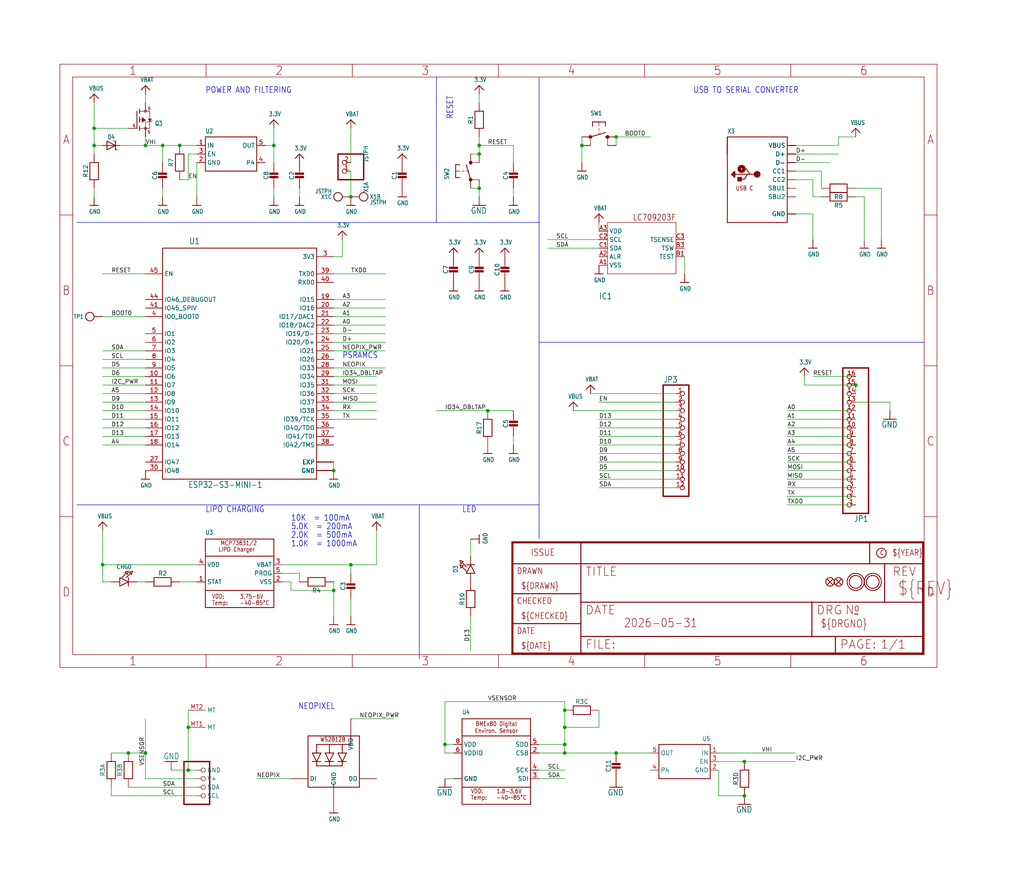
<source format=kicad_sch>
(kicad_sch (version 20231120) (generator "eeschema") (generator_version "8.0")
  (paper "User" 303.962 263.246)
  (junction (at 363.22 82.55))
  (junction (at 167.64 210.82))
  (junction (at 347.98 86.36))
  (junction (at 510.54 64.77))
  (junction (at 393.7 86.36))
  (junction (at 254 114.3))
  (junction (at 454.66 36.83))
  (junction (at 104.14 167.64))
  (junction (at 373.38 60.96))
  (junction (at 388.62 60.96))
  (junction (at 327.66 87.63))
  (junction (at 317.5 67.31))
  (junction (at 327.66 72.39))
  (junction (at 510.54 95.25))
  (junction (at 495.3 91.44))
  (junction (at 480.06 41.91))
  (junction (at 500.38 59.69))
  (junction (at 347.98 55.88))
  (junction (at 342.9 95.25))
  (junction (at 480.06 91.44))
  (junction (at 515.62 52.07))
  (junction (at 342.9 80.01))
  (junction (at 53.34 43.18))
  (junction (at 38.1 223.52))
  (junction (at 48.26 43.18))
  (junction (at 419.1 106.68))
  (junction (at 358.14 106.68))
  (junction (at 317.5 82.55))
  (junction (at 449.58 76.2))
  (junction (at 363.22 67.31))
  (junction (at 30.48 167.64))
  (junction (at 485.14 71.12))
  (junction (at 495.3 60.96))
  (junction (at 464.82 60.96))
  (junction (at 378.46 55.88))
  (junction (at 172.72 43.18))
  (junction (at 327.66 102.87))
  (junction (at 377.19 106.68))
  (junction (at 55.88 215.9))
  (junction (at 403.86 76.2))
  (junction (at 457.2 106.68))
  (junction (at 515.62 36.83))
  (junction (at 55.88 228.6))
  (junction (at 439.42 55.88))
  (junction (at 332.74 59.69))
  (junction (at 469.9 36.83))
  (junction (at 480.06 60.96))
  (junction (at 510.54 41.91))
  (junction (at 81.28 43.18))
  (junction (at 332.74 36.83))
  (junction (at 485.14 36.83))
  (junction (at 515.62 82.55))
  (junction (at 378.46 86.36))
  (junction (at 449.58 60.96))
  (junction (at 347.98 36.83))
  (junction (at 132.08 220.98))
  (junction (at 327.66 41.91))
  (junction (at 358.14 60.96))
  (junction (at 167.64 223.52))
  (junction (at 99.06 139.7))
  (junction (at 480.06 76.2))
  (junction (at 142.24 55.88))
  (junction (at 43.18 223.52))
  (junction (at 373.38 91.44))
  (junction (at 510.54 80.01))
  (junction (at 469.9 67.31))
  (junction (at 142.24 43.18))
  (junction (at 43.18 43.18))
  (junction (at 464.82 91.44))
  (junction (at 403.86 91.44))
  (junction (at 373.38 76.2))
  (junction (at 378.46 36.83))
  (junction (at 332.74 74.93))
  (junction (at 317.5 52.07))
  (junction (at 454.66 86.36))
  (junction (at 464.82 76.2))
  (junction (at 363.22 52.07))
  (junction (at 27.94 38.1))
  (junction (at 347.98 71.12))
  (junction (at 167.64 220.98))
  (junction (at 439.42 36.83))
  (junction (at 373.38 41.91))
  (junction (at 500.38 36.83))
  (junction (at 454.66 55.88))
  (junction (at 454.66 71.12))
  (junction (at 220.98 236.22))
  (junction (at 485.14 55.88))
  (junction (at 419.1 41.91))
  (junction (at 464.82 41.91))
  (junction (at 182.88 40.64))
  (junction (at 500.38 74.93))
  (junction (at 495.3 76.2))
  (junction (at 393.7 36.83))
  (junction (at 393.7 55.88))
  (junction (at 403.86 60.96))
  (junction (at 27.94 43.18))
  (junction (at 449.58 91.44))
  (junction (at 342.9 64.77))
  (junction (at 515.62 67.31))
  (junction (at 388.62 41.91))
  (junction (at 393.7 71.12))
  (junction (at 411.48 106.68))
  (junction (at 327.66 57.15))
  (junction (at 378.46 71.12))
  (junction (at 342.9 41.91))
  (junction (at 469.9 52.07))
  (junction (at 182.88 223.52))
  (junction (at 439.42 71.12))
  (junction (at 220.98 226.06))
  (junction (at 439.42 86.36))
  (junction (at 358.14 76.2))
  (junction (at 104.14 58.42))
  (junction (at 388.62 76.2))
  (junction (at 476.25 106.68))
  (junction (at 142.24 45.72))
  (junction (at 167.64 215.9))
  (junction (at 388.62 91.44))
  (junction (at 495.3 41.91))
  (junction (at 358.14 91.44))
  (junction (at 469.9 82.55))
  (junction (at 99.06 175.26))
  (junction (at 392.43 106.68))
  (junction (at 144.78 121.92))
  (junction (at 358.14 41.91))
  (junction (at 317.5 36.83))
  (junction (at 363.22 36.83))
  (wire (pts (xy 53.34 43.18) (xy 48.26 43.18)) (stroke (width 0.1524)))
  (wire (pts (xy 144.78 121.92) (xy 129.54 121.92)) (stroke (width 0.1524)))
  (wire (pts (xy 464.82 76.2) (xy 480.06 76.2)))
  (wire (pts (xy 378.46 55.88) (xy 378.46 71.12)))
  (wire (pts (xy 200.66 142.24) (xy 177.8 142.24)) (stroke (width 0.1524)))
  (wire (pts (xy 403.86 60.96) (xy 449.58 60.96)))
  (wire (pts (xy 388.62 76.2) (xy 403.86 76.2)))
  (polyline (pts (xy 160.02 149.86) (xy 160.02 101.6)) (stroke (width 0.1524) (type solid)))
  (wire (pts (xy 99.06 81.28) (xy 114.3 81.28)) (stroke (width 0.1524)))
  (wire (pts (xy 439.42 71.12) (xy 439.42 86.36)))
  (wire (pts (xy 55.88 228.6) (xy 50.8 228.6)) (stroke (width 0.1524)))
  (wire (pts (xy 43.18 223.52) (xy 43.18 213.36)) (stroke (width 0.1524)))
  (wire (pts (xy 104.14 58.42) (xy 104.14 50.8)) (stroke (width 0.1524)))
  (wire (pts (xy 510.54 95.25) (xy 495.3 95.25)))
  (wire (pts (xy 454.66 86.36) (xy 454.66 92.71)))
  (wire (pts (xy 30.48 127) (xy 43.18 127)) (stroke (width 0.1524)))
  (wire (pts (xy 317.5 25.4) (xy 317.5 36.83)))
  (wire (pts (xy 403.86 76.2) (xy 449.58 76.2)))
  (wire (pts (xy 469.9 36.83) (xy 469.9 52.07)))
  (wire (pts (xy 236.22 223.52) (xy 213.36 223.52)) (stroke (width 0.1524)))
  (wire (pts (xy 241.3 63.5) (xy 241.3 71.12)) (stroke (width 0.1524)))
  (wire (pts (xy 177.8 215.9) (xy 167.64 215.9)) (stroke (width 0.1524)))
  (wire (pts (xy 200.66 121.92) (xy 170.18 121.92)) (stroke (width 0.1524)))
  (wire (pts (xy 254 111.76) (xy 241.3 111.76)) (stroke (width 0.1524)))
  (wire (pts (xy 83.82 167.64) (xy 104.14 167.64)) (stroke (width 0.1524)))
  (wire (pts (xy 317.5 82.55) (xy 317.5 97.79)))
  (wire (pts (xy 167.64 208.28) (xy 167.64 210.82)) (stroke (width 0.1524)))
  (wire (pts (xy 510.54 80.01) (xy 495.3 80.01)))
  (wire (pts (xy 454.66 36.83) (xy 454.66 55.88)))
  (wire (pts (xy 495.3 80.01) (xy 495.3 76.2)))
  (wire (pts (xy 327.66 80.01) (xy 327.66 72.39)))
  (wire (pts (xy 111.76 157.48) (xy 111.76 167.64)) (stroke (width 0.1524)))
  (wire (pts (xy 142.24 55.88) (xy 142.24 58.42)) (stroke (width 0.1524)))
  (wire (pts (xy 101.6 76.2) (xy 101.6 71.12)) (stroke (width 0.1524)))
  (wire (pts (xy 99.06 116.84) (xy 111.76 116.84)) (stroke (width 0.1524)))
  (wire (pts (xy 200.66 129.54) (xy 177.8 129.54)) (stroke (width 0.1524)))
  (wire (pts (xy 347.98 25.4) (xy 347.98 36.83)))
  (wire (pts (xy 515.62 52.07) (xy 515.62 67.31)))
  (wire (pts (xy 142.24 43.18) (xy 142.24 45.72)) (stroke (width 0.1524)))
  (wire (pts (xy 363.22 36.83) (xy 363.22 52.07)))
  (wire (pts (xy 358.14 76.2) (xy 373.38 76.2)))
  (wire (pts (xy 388.62 60.96) (xy 403.86 60.96)))
  (wire (pts (xy 132.08 208.28) (xy 167.64 208.28)) (stroke (width 0.1524)))
  (wire (pts (xy 38.1 38.1) (xy 27.94 38.1)) (stroke (width 0.1524)))
  (wire (pts (xy 485.14 36.83) (xy 485.14 55.88)))
  (wire (pts (xy 134.62 220.98) (xy 132.08 220.98)) (stroke (width 0.1524)))
  (wire (pts (xy 261.62 55.88) (xy 261.62 71.12)) (stroke (width 0.1524)))
  (wire (pts (xy 104.14 177.8) (xy 104.14 182.88)) (stroke (width 0.1524)))
  (wire (pts (xy 132.08 223.52) (xy 132.08 220.98)) (stroke (width 0.1524)))
  (wire (pts (xy 464.82 41.91) (xy 480.06 41.91)))
  (wire (pts (xy 495.3 64.77) (xy 510.54 64.77)))
  (wire (pts (xy 99.06 88.9) (xy 114.3 88.9)) (stroke (width 0.1524)))
  (wire (pts (xy 342.9 64.77) (xy 358.14 64.77)))
  (wire (pts (xy 193.04 223.52) (xy 182.88 223.52)) (stroke (width 0.1524)))
  (wire (pts (xy 515.62 25.4) (xy 515.62 36.83)))
  (wire (pts (xy 393.7 25.4) (xy 393.7 36.83)))
  (wire (pts (xy 43.18 231.14) (xy 43.18 223.52)) (stroke (width 0.1524)))
  (wire (pts (xy 419.1 106.68) (xy 457.2 106.68)))
  (wire (pts (xy 236.22 53.34) (xy 241.3 53.34)) (stroke (width 0.1524)))
  (wire (pts (xy 142.24 45.72) (xy 139.7 45.72)) (stroke (width 0.1524)))
  (wire (pts (xy 177.8 144.78) (xy 200.66 144.78)) (stroke (width 0.1524)))
  (wire (pts (xy 238.76 111.76) (xy 238.76 114.3)) (stroke (width 0.1524)))
  (wire (pts (xy 236.22 48.26) (xy 246.38 48.26)) (stroke (width 0.1524)))
  (wire (pts (xy 177.8 66.04) (xy 177.8 68.58)) (stroke (width 0.1524)))
  (wire (pts (xy 373.38 76.2) (xy 373.38 72.39)))
  (wire (pts (xy 99.06 114.3) (xy 111.76 114.3)) (stroke (width 0.1524)))
  (wire (pts (xy 139.7 55.88) (xy 142.24 55.88)) (stroke (width 0.1524)))
  (wire (pts (xy 264.16 119.38) (xy 264.16 121.92)) (stroke (width 0.1524)))
  (wire (pts (xy 213.36 236.22) (xy 220.98 236.22)) (stroke (width 0.1524)))
  (wire (pts (xy 342.9 80.01) (xy 358.14 80.01)))
  (wire (pts (xy 81.28 43.18) (xy 81.28 38.1)) (stroke (width 0.1524)))
  (wire (pts (xy 373.38 60.96) (xy 373.38 57.15)))
  (wire (pts (xy 43.18 40.64) (xy 43.18 43.18)) (stroke (width 0.1524)))
  (wire (pts (xy 27.94 45.72) (xy 27.94 43.18)) (stroke (width 0.1524)))
  (wire (pts (xy 469.9 52.07) (xy 469.9 67.31)))
  (wire (pts (xy 167.64 215.9) (xy 167.64 220.98)) (stroke (width 0.1524)))
  (wire (pts (xy 152.4 58.42) (xy 152.4 55.88)) (stroke (width 0.1524)))
  (wire (pts (xy 86.36 172.72) (xy 86.36 175.26)) (stroke (width 0.1524)))
  (wire (pts (xy 233.68 147.32) (xy 254 147.32)) (stroke (width 0.1524)))
  (wire (pts (xy 378.46 36.83) (xy 378.46 55.88)))
  (wire (pts (xy 167.64 220.98) (xy 167.64 223.52)) (stroke (width 0.1524)))
  (wire (pts (xy 160.02 220.98) (xy 167.64 220.98)) (stroke (width 0.1524)))
  (wire (pts (xy 358.14 106.68) (xy 327.66 106.68)))
  (wire (pts (xy 373.38 41.91) (xy 388.62 41.91)))
  (wire (pts (xy 500.38 25.4) (xy 500.38 36.83)))
  (wire (pts (xy 454.66 92.71) (xy 466.09 92.71)))
  (wire (pts (xy 220.98 226.06) (xy 213.36 226.06)) (stroke (width 0.1524)))
  (wire (pts (xy 480.06 60.96) (xy 480.06 57.15)))
  (wire (pts (xy 480.06 60.96) (xy 495.3 60.96)))
  (wire (pts (xy 30.48 167.64) (xy 58.42 167.64)) (stroke (width 0.1524)))
  (wire (pts (xy 388.62 41.91) (xy 403.86 41.91)))
  (wire (pts (xy 177.8 137.16) (xy 200.66 137.16)) (stroke (width 0.1524)))
  (wire (pts (xy 254 144.78) (xy 233.68 144.78)) (stroke (width 0.1524)))
  (wire (pts (xy 142.24 27.94) (xy 142.24 30.48)) (stroke (width 0.1524)))
  (wire (pts (xy 99.06 101.6) (xy 114.3 101.6)) (stroke (width 0.1524)))
  (wire (pts (xy 312.42 87.63) (xy 327.66 87.63)))
  (wire (pts (xy 254 58.42) (xy 256.54 58.42)) (stroke (width 0.1524)))
  (polyline (pts (xy 274.32 101.6) (xy 160.02 101.6)) (stroke (width 0.1524) (type solid)))
  (wire (pts (xy 254 149.86) (xy 233.68 149.86)) (stroke (width 0.1524)))
  (wire (pts (xy 139.7 165.1) (xy 139.7 160.02)) (stroke (width 0.1524)))
  (wire (pts (xy 99.06 109.22) (xy 114.3 109.22)) (stroke (width 0.1524)))
  (wire (pts (xy 172.72 43.18) (xy 172.72 48.26)) (stroke (width 0.1524)))
  (wire (pts (xy 388.62 91.44) (xy 403.86 91.44)))
  (wire (pts (xy 43.18 27.94) (xy 43.18 30.48)) (stroke (width 0.1524)))
  (wire (pts (xy 248.92 43.18) (xy 248.92 40.64)) (stroke (width 0.1524)))
  (wire (pts (xy 254 121.92) (xy 233.68 121.92)) (stroke (width 0.1524)))
  (wire (pts (xy 43.18 109.22) (xy 30.48 109.22)) (stroke (width 0.1524)))
  (wire (pts (xy 347.98 86.36) (xy 347.98 101.6)))
  (wire (pts (xy 327.66 95.25) (xy 327.66 87.63)))
  (wire (pts (xy 43.18 43.18) (xy 48.26 43.18)) (stroke (width 0.1524)))
  (wire (pts (xy 162.56 73.66) (xy 177.8 73.66)) (stroke (width 0.1524)))
  (wire (pts (xy 254 116.84) (xy 254 114.3)) (stroke (width 0.1524)))
  (wire (pts (xy 99.06 91.44) (xy 114.3 91.44)) (stroke (width 0.1524)))
  (wire (pts (xy 243.84 50.8) (xy 243.84 55.88)) (stroke (width 0.1524)))
  (wire (pts (xy 254 137.16) (xy 233.68 137.16)) (stroke (width 0.1524)))
  (wire (pts (xy 454.66 55.88) (xy 454.66 71.12)))
  (wire (pts (xy 449.58 76.2) (xy 464.82 76.2)))
  (wire (pts (xy 485.14 55.88) (xy 485.14 71.12)))
  (wire (pts (xy 480.06 41.91) (xy 495.3 41.91)))
  (wire (pts (xy 358.14 106.68) (xy 377.19 106.68)))
  (wire (pts (xy 238.76 114.3) (xy 254 114.3)) (stroke (width 0.1524)))
  (wire (pts (xy 469.9 82.55) (xy 469.9 92.71)))
  (polyline (pts (xy 22.86 66.04) (xy 129.54 66.04)) (stroke (width 0.1524) (type solid)))
  (wire (pts (xy 525.78 87.63) (xy 510.54 87.63)))
  (wire (pts (xy 449.58 41.91) (xy 464.82 41.91)))
  (wire (pts (xy 393.7 86.36) (xy 393.7 101.6)))
  (wire (pts (xy 363.22 52.07) (xy 363.22 67.31)))
  (wire (pts (xy 236.22 50.8) (xy 243.84 50.8)) (stroke (width 0.1524)))
  (wire (pts (xy 160.02 228.6) (xy 167.64 228.6)) (stroke (width 0.1524)))
  (wire (pts (xy 48.26 55.88) (xy 48.26 58.42)) (stroke (width 0.1524)))
  (wire (pts (xy 495.3 95.25) (xy 495.3 91.44)))
  (wire (pts (xy 203.2 81.28) (xy 203.2 76.2)) (stroke (width 0.1524)))
  (wire (pts (xy 342.9 95.25) (xy 327.66 95.25)))
  (wire (pts (xy 358.14 80.01) (xy 358.14 76.2)))
  (wire (pts (xy 342.9 41.91) (xy 358.14 41.91)))
  (wire (pts (xy 152.4 121.92) (xy 144.78 121.92)) (stroke (width 0.1524)))
  (wire (pts (xy 236.22 45.72) (xy 248.92 45.72)) (stroke (width 0.1524)))
  (wire (pts (xy 104.14 167.64) (xy 111.76 167.64)) (stroke (width 0.1524)))
  (wire (pts (xy 86.36 231.14) (xy 76.2 231.14)) (stroke (width 0.1524)))
  (wire (pts (xy 241.3 63.5) (xy 236.22 63.5)) (stroke (width 0.1524)))
  (wire (pts (xy 254 124.46) (xy 233.68 124.46)) (stroke (width 0.1524)))
  (wire (pts (xy 177.8 119.38) (xy 200.66 119.38)) (stroke (width 0.1524)))
  (wire (pts (xy 33.02 172.72) (xy 30.48 172.72)) (stroke (width 0.1524)))
  (wire (pts (xy 363.22 25.4) (xy 363.22 36.83)))
  (wire (pts (xy 358.14 64.77) (xy 358.14 60.96)))
  (wire (pts (xy 139.7 182.88) (xy 139.7 193.04)) (stroke (width 0.1524)))
  (wire (pts (xy 347.98 71.12) (xy 347.98 86.36)))
  (wire (pts (xy 439.42 25.4) (xy 439.42 36.83)))
  (wire (pts (xy 177.8 210.82) (xy 177.8 215.9)) (stroke (width 0.1524)))
  (wire (pts (xy 38.1 223.52) (xy 43.18 223.52)) (stroke (width 0.1524)))
  (wire (pts (xy 485.14 71.12) (xy 485.14 86.36)))
  (wire (pts (xy 378.46 71.12) (xy 378.46 86.36)))
  (wire (pts (xy 393.7 36.83) (xy 393.7 55.88)))
  (wire (pts (xy 55.88 215.9) (xy 55.88 228.6)) (stroke (width 0.1524)))
  (polyline (pts (xy 129.54 66.04) (xy 129.54 22.86)) (stroke (width 0.1524) (type solid)))
  (wire (pts (xy 152.4 132.08) (xy 152.4 129.54)) (stroke (width 0.1524)))
  (wire (pts (xy 525.78 64.77) (xy 525.78 57.15)))
  (wire (pts (xy 347.98 55.88) (xy 347.98 71.12)))
  (wire (pts (xy 43.18 114.3) (xy 30.48 114.3)) (stroke (width 0.1524)))
  (wire (pts (xy 55.88 45.72) (xy 58.42 45.72)) (stroke (width 0.1524)))
  (wire (pts (xy 58.42 236.22) (xy 33.02 236.22)) (stroke (width 0.1524)))
  (wire (pts (xy 88.9 55.88) (xy 88.9 58.42)) (stroke (width 0.1524)))
  (wire (pts (xy 469.9 25.4) (xy 469.9 36.83)))
  (wire (pts (xy 332.74 25.4) (xy 332.74 36.83)))
  (wire (pts (xy 99.06 96.52) (xy 114.3 96.52)) (stroke (width 0.1524)))
  (wire (pts (xy 363.22 82.55) (xy 363.22 101.6)))
  (wire (pts (xy 403.86 91.44) (xy 449.58 91.44)))
  (wire (pts (xy 182.88 40.64) (xy 193.04 40.64)) (stroke (width 0.1524)))
  (wire (pts (xy 332.74 74.93) (xy 332.74 90.17)))
  (wire (pts (xy 241.3 53.34) (xy 241.3 58.42)) (stroke (width 0.1524)))
  (wire (pts (xy 99.06 175.26) (xy 99.06 182.88)) (stroke (width 0.1524)))
  (wire (pts (xy 88.9 170.18) (xy 88.9 172.72)) (stroke (width 0.1524)))
  (wire (pts (xy 167.64 223.52) (xy 182.88 223.52)) (stroke (width 0.1524)))
  (wire (pts (xy 78.74 43.18) (xy 81.28 43.18)) (stroke (width 0.1524)))
  (wire (pts (xy 177.8 134.62) (xy 200.66 134.62)) (stroke (width 0.1524)))
  (wire (pts (xy 254 139.7) (xy 233.68 139.7)) (stroke (width 0.1524)))
  (wire (pts (xy 111.76 124.46) (xy 99.06 124.46)) (stroke (width 0.1524)))
  (wire (pts (xy 449.58 60.96) (xy 464.82 60.96)))
  (wire (pts (xy 439.42 86.36) (xy 439.42 101.6)))
  (wire (pts (xy 53.34 172.72) (xy 58.42 172.72)) (stroke (width 0.1524)))
  (wire (pts (xy 40.64 172.72) (xy 43.18 172.72)) (stroke (width 0.1524)))
  (wire (pts (xy 254 55.88) (xy 261.62 55.88)) (stroke (width 0.1524)))
  (polyline (pts (xy 124.46 149.86) (xy 22.86 149.86)) (stroke (width 0.1524) (type solid)))
  (wire (pts (xy 525.78 102.87) (xy 510.54 102.87)))
  (wire (pts (xy 30.48 111.76) (xy 43.18 111.76)) (stroke (width 0.1524)))
  (wire (pts (xy 449.58 91.44) (xy 464.82 91.44)))
  (wire (pts (xy 99.06 104.14) (xy 114.3 104.14)) (stroke (width 0.1524)))
  (wire (pts (xy 408.94 25.4) (xy 408.94 36.83)))
  (wire (pts (xy 312.42 102.87) (xy 327.66 102.87)))
  (polyline (pts (xy 124.46 149.86) (xy 124.46 195.58)) (stroke (width 0.1524) (type solid)))
  (wire (pts (xy 55.88 228.6) (xy 58.42 228.6)) (stroke (width 0.1524)))
  (wire (pts (xy 99.06 119.38) (xy 111.76 119.38)) (stroke (width 0.1524)))
  (wire (pts (xy 43.18 106.68) (xy 30.48 106.68)) (stroke (width 0.1524)))
  (wire (pts (xy 81.28 55.88) (xy 81.28 58.42)) (stroke (width 0.1524)))
  (wire (pts (xy 99.06 111.76) (xy 111.76 111.76)) (stroke (width 0.1524)))
  (wire (pts (xy 469.9 67.31) (xy 469.9 82.55)))
  (wire (pts (xy 510.54 41.91) (xy 525.78 41.91)))
  (wire (pts (xy 99.06 99.06) (xy 114.3 99.06)) (stroke (width 0.1524)))
  (wire (pts (xy 342.9 80.01) (xy 327.66 80.01)))
  (wire (pts (xy 254 127) (xy 233.68 127)) (stroke (width 0.1524)))
  (wire (pts (xy 30.48 172.72) (xy 30.48 167.64)) (stroke (width 0.1524)))
  (wire (pts (xy 476.25 106.68) (xy 495.3 106.68)))
  (wire (pts (xy 200.66 139.7) (xy 177.8 139.7)) (stroke (width 0.1524)))
  (polyline (pts (xy 160.02 66.04) (xy 160.02 22.86)) (stroke (width 0.1524) (type solid)))
  (wire (pts (xy 358.14 95.25) (xy 358.14 91.44)))
  (wire (pts (xy 464.82 60.96) (xy 480.06 60.96)))
  (wire (pts (xy 495.3 60.96) (xy 495.3 64.77)))
  (wire (pts (xy 393.7 55.88) (xy 393.7 71.12)))
  (wire (pts (xy 392.43 106.68) (xy 411.48 106.68)))
  (wire (pts (xy 317.5 36.83) (xy 317.5 52.07)))
  (wire (pts (xy 466.09 92.71) (xy 466.09 101.6)))
  (wire (pts (xy 55.88 210.82) (xy 55.88 215.9)) (stroke (width 0.1524)))
  (wire (pts (xy 152.4 48.26) (xy 152.4 43.18)) (stroke (width 0.1524)))
  (wire (pts (xy 27.94 43.18) (xy 27.94 38.1)) (stroke (width 0.1524)))
  (wire (pts (xy 457.2 106.68) (xy 476.25 106.68)))
  (wire (pts (xy 99.06 76.2) (xy 101.6 76.2)) (stroke (width 0.1524)))
  (wire (pts (xy 312.42 72.39) (xy 327.66 72.39)))
  (wire (pts (xy 332.74 59.69) (xy 332.74 74.93)))
  (wire (pts (xy 81.28 48.26) (xy 81.28 43.18)) (stroke (width 0.1524)))
  (wire (pts (xy 99.06 121.92) (xy 111.76 121.92)) (stroke (width 0.1524)))
  (wire (pts (xy 83.82 172.72) (xy 86.36 172.72)) (stroke (width 0.1524)))
  (wire (pts (xy 327.66 57.15) (xy 327.66 64.77)))
  (polyline (pts (xy 160.02 160.02) (xy 160.02 149.86)) (stroke (width 0.1524) (type solid)))
  (wire (pts (xy 439.42 101.6) (xy 447.04 101.6)))
  (wire (pts (xy 160.02 231.14) (xy 167.64 231.14)) (stroke (width 0.1524)))
  (wire (pts (xy 241.3 58.42) (xy 243.84 58.42)) (stroke (width 0.1524)))
  (wire (pts (xy 142.24 40.64) (xy 142.24 43.18)) (stroke (width 0.1524)))
  (wire (pts (xy 99.06 93.98) (xy 114.3 93.98)) (stroke (width 0.1524)))
  (polyline (pts (xy 160.02 149.86) (xy 124.46 149.86)) (stroke (width 0.1524) (type solid)))
  (wire (pts (xy 515.62 36.83) (xy 515.62 52.07)))
  (wire (pts (xy 33.02 236.22) (xy 33.02 233.68)) (stroke (width 0.1524)))
  (wire (pts (xy 342.9 95.25) (xy 358.14 95.25)))
  (wire (pts (xy 327.66 41.91) (xy 342.9 41.91)))
  (wire (pts (xy 393.7 101.6) (xy 401.32 101.6)))
  (wire (pts (xy 43.18 119.38) (xy 30.48 119.38)) (stroke (width 0.1524)))
  (wire (pts (xy 53.34 53.34) (xy 55.88 53.34)) (stroke (width 0.1524)))
  (wire (pts (xy 43.18 93.98) (xy 30.48 93.98)) (stroke (width 0.1524)))
  (wire (pts (xy 347.98 36.83) (xy 347.98 55.88)))
  (wire (pts (xy 248.92 40.64) (xy 254 40.64)) (stroke (width 0.1524)))
  (wire (pts (xy 27.94 38.1) (xy 27.94 30.48)) (stroke (width 0.1524)))
  (wire (pts (xy 236.22 43.18) (xy 248.92 43.18)) (stroke (width 0.1524)))
  (wire (pts (xy 500.38 59.69) (xy 500.38 74.93)))
  (wire (pts (xy 439.42 36.83) (xy 439.42 55.88)))
  (wire (pts (xy 312.42 41.91) (xy 327.66 41.91)))
  (wire (pts (xy 142.24 43.18) (xy 152.4 43.18)) (stroke (width 0.1524)))
  (wire (pts (xy 373.38 91.44) (xy 373.38 87.63)))
  (wire (pts (xy 177.8 127) (xy 200.66 127)) (stroke (width 0.1524)))
  (wire (pts (xy 104.14 38.1) (xy 104.14 48.26)) (stroke (width 0.1524)))
  (wire (pts (xy 480.06 91.44) (xy 480.06 87.63)))
  (wire (pts (xy 373.38 76.2) (xy 388.62 76.2)))
  (wire (pts (xy 358.14 60.96) (xy 373.38 60.96)))
  (wire (pts (xy 254 134.62) (xy 233.68 134.62)) (stroke (width 0.1524)))
  (wire (pts (xy 317.5 52.07) (xy 317.5 67.31)))
  (wire (pts (xy 485.14 92.71) (xy 485.14 101.6)))
  (wire (pts (xy 317.5 67.31) (xy 317.5 82.55)))
  (wire (pts (xy 510.54 102.87) (xy 510.54 95.25)))
  (wire (pts (xy 132.08 220.98) (xy 132.08 208.28)) (stroke (width 0.1524)))
  (wire (pts (xy 55.88 53.34) (xy 55.88 45.72)) (stroke (width 0.1524)))
  (wire (pts (xy 175.26 116.84) (xy 200.66 116.84)) (stroke (width 0.1524)))
  (wire (pts (xy 480.06 76.2) (xy 480.06 72.39)))
  (wire (pts (xy 134.62 223.52) (xy 132.08 223.52)) (stroke (width 0.1524)))
  (wire (pts (xy 373.38 91.44) (xy 388.62 91.44)))
  (wire (pts (xy 104.14 170.18) (xy 104.14 167.64)) (stroke (width 0.1524)))
  (wire (pts (xy 464.82 91.44) (xy 480.06 91.44)))
  (wire (pts (xy 515.62 82.55) (xy 515.62 97.79)))
  (wire (pts (xy 200.66 124.46) (xy 177.8 124.46)) (stroke (width 0.1524)))
  (wire (pts (xy 373.38 60.96) (xy 388.62 60.96)))
  (wire (pts (xy 510.54 87.63) (xy 510.54 80.01)))
  (wire (pts (xy 377.19 106.68) (xy 392.43 106.68)))
  (wire (pts (xy 233.68 142.24) (xy 254 142.24)) (stroke (width 0.1524)))
  (wire (pts (xy 43.18 124.46) (xy 30.48 124.46)) (stroke (width 0.1524)))
  (wire (pts (xy 99.06 172.72) (xy 99.06 175.26)) (stroke (width 0.1524)))
  (wire (pts (xy 172.72 40.64) (xy 172.72 43.18)) (stroke (width 0.1524)))
  (wire (pts (xy 254 132.08) (xy 233.68 132.08)) (stroke (width 0.1524)))
  (polyline (pts (xy 160.02 101.6) (xy 160.02 66.04)) (stroke (width 0.1524) (type solid)))
  (wire (pts (xy 132.08 231.14) (xy 134.62 231.14)) (stroke (width 0.1524)))
  (wire (pts (xy 424.18 25.4) (xy 424.18 36.83)))
  (wire (pts (xy 332.74 36.83) (xy 332.74 59.69)))
  (wire (pts (xy 515.62 67.31) (xy 515.62 82.55)))
  (wire (pts (xy 213.36 228.6) (xy 213.36 236.22)) (stroke (width 0.1524)))
  (wire (pts (xy 485.14 25.4) (xy 485.14 36.83)))
  (wire (pts (xy 419.1 41.91) (xy 419.1 106.68)))
  (wire (pts (xy 378.46 101.6) (xy 382.27 101.6)))
  (wire (pts (xy 454.66 25.4) (xy 454.66 36.83)))
  (wire (pts (xy 58.42 43.18) (xy 53.34 43.18)) (stroke (width 0.1524)))
  (wire (pts (xy 327.66 64.77) (xy 342.9 64.77)))
  (wire (pts (xy 480.06 91.44) (xy 495.3 91.44)))
  (wire (pts (xy 480.06 76.2) (xy 495.3 76.2)))
  (wire (pts (xy 363.22 101.6) (xy 367.03 101.6)))
  (wire (pts (xy 358.14 41.91) (xy 373.38 41.91)))
  (wire (pts (xy 99.06 137.16) (xy 99.06 139.7)) (stroke (width 0.1524)))
  (wire (pts (xy 500.38 36.83) (xy 500.38 59.69)))
  (wire (pts (xy 43.18 116.84) (xy 30.48 116.84)) (stroke (width 0.1524)))
  (wire (pts (xy 33.02 223.52) (xy 38.1 223.52)) (stroke (width 0.1524)))
  (wire (pts (xy 256.54 58.42) (xy 256.54 71.12)) (stroke (width 0.1524)))
  (wire (pts (xy 358.14 91.44) (xy 373.38 91.44)))
  (wire (pts (xy 378.46 25.4) (xy 378.46 36.83)))
  (wire (pts (xy 454.66 71.12) (xy 454.66 86.36)))
  (wire (pts (xy 43.18 132.08) (xy 30.48 132.08)) (stroke (width 0.1524)))
  (polyline (pts (xy 160.02 66.04) (xy 129.54 66.04)) (stroke (width 0.1524) (type solid)))
  (wire (pts (xy 30.48 43.18) (xy 27.94 43.18)) (stroke (width 0.1524)))
  (wire (pts (xy 393.7 71.12) (xy 393.7 86.36)))
  (wire (pts (xy 48.26 43.18) (xy 48.26 48.26)) (stroke (width 0.1524)))
  (wire (pts (xy 177.8 71.12) (xy 162.56 71.12)) (stroke (width 0.1524)))
  (wire (pts (xy 182.88 40.64) (xy 182.88 43.18)) (stroke (width 0.1524)))
  (wire (pts (xy 177.8 132.08) (xy 200.66 132.08)) (stroke (width 0.1524)))
  (wire (pts (xy 439.42 55.88) (xy 439.42 71.12)))
  (wire (pts (xy 30.48 121.92) (xy 43.18 121.92)) (stroke (width 0.1524)))
  (wire (pts (xy 363.22 67.31) (xy 363.22 82.55)))
  (wire (pts (xy 30.48 104.14) (xy 43.18 104.14)) (stroke (width 0.1524)))
  (wire (pts (xy 43.18 129.54) (xy 30.48 129.54)) (stroke (width 0.1524)))
  (wire (pts (xy 254 119.38) (xy 264.16 119.38)) (stroke (width 0.1524)))
  (wire (pts (xy 220.98 226.06) (xy 236.22 226.06)) (stroke (width 0.1524)))
  (wire (pts (xy 419.1 41.91) (xy 434.34 41.91)))
  (wire (pts (xy 233.68 129.54) (xy 254 129.54)) (stroke (width 0.1524)))
  (wire (pts (xy 83.82 170.18) (xy 88.9 170.18)) (stroke (width 0.1524)))
  (wire (pts (xy 469.9 92.71) (xy 485.14 92.71)))
  (wire (pts (xy 58.42 233.68) (xy 38.1 233.68)) (stroke (width 0.1524)))
  (wire (pts (xy 27.94 58.42) (xy 27.94 55.88)) (stroke (width 0.1524)))
  (wire (pts (xy 43.18 231.14) (xy 58.42 231.14)) (stroke (width 0.1524)))
  (wire (pts (xy 160.02 223.52) (xy 167.64 223.52)) (stroke (width 0.1524)))
  (wire (pts (xy 104.14 213.36) (xy 116.84 213.36)) (stroke (width 0.1524)))
  (wire (pts (xy 167.64 210.82) (xy 167.64 215.9)) (stroke (width 0.1524)))
  (wire (pts (xy 43.18 81.28) (xy 30.48 81.28)) (stroke (width 0.1524)))
  (wire (pts (xy 495.3 41.91) (xy 510.54 41.91)))
  (wire (pts (xy 327.66 106.68) (xy 327.66 102.87)))
  (wire (pts (xy 411.48 106.68) (xy 419.1 106.68)))
  (wire (pts (xy 30.48 157.48) (xy 30.48 167.64)) (stroke (width 0.1524)))
  (wire (pts (xy 86.36 175.26) (xy 99.06 175.26)) (stroke (width 0.1524)))
  (wire (pts (xy 510.54 64.77) (xy 525.78 64.77)))
  (wire (pts (xy 312.42 57.15) (xy 327.66 57.15)))
  (wire (pts (xy 378.46 86.36) (xy 378.46 101.6)))
  (wire (pts (xy 58.42 48.26) (xy 58.42 58.42)) (stroke (width 0.1524)))
  (wire (pts (xy 35.56 43.18) (xy 43.18 43.18)) (stroke (width 0.1524)))
  (wire (pts (xy 500.38 74.93) (xy 500.38 90.17)))
  (rectangle (start 316.23 73.66) (end 331.47 88.9))
  (rectangle (start 453.39 62.23) (end 468.63 77.47))
  (rectangle (start 361.95 27.94) (end 377.19 43.18))
  (rectangle (start 499.11 66.04) (end 514.35 81.28))
  (rectangle (start 453.39 27.94) (end 468.63 43.18))
  (rectangle (start 346.71 62.23) (end 361.95 77.47))
  (rectangle (start 514.35 88.9) (end 529.59 104.14))
  (rectangle (start 422.91 27.94) (end 438.15 43.18))
  (rectangle (start 377.19 27.94) (end 392.43 43.18))
  (rectangle (start 483.87 46.99) (end 499.11 62.23))
  (rectangle (start 468.63 73.66) (end 483.87 88.9))
  (rectangle (start 499.11 27.94) (end 514.35 43.18))
  (rectangle (start 445.77 92.71) (end 461.01 107.95))
  (rectangle (start 438.15 46.99) (end 453.39 62.23))
  (rectangle (start 483.87 92.71) (end 499.11 107.95))
  (rectangle (start 361.95 73.66) (end 377.19 88.9))
  (rectangle (start 331.47 27.94) (end 346.71 43.18))
  (rectangle (start 365.76 92.71) (end 381 107.95))
  (rectangle (start 438.15 27.94) (end 453.39 43.18))
  (rectangle (start 407.67 27.94) (end 422.91 43.18))
  (rectangle (start 392.43 77.47) (end 407.67 92.71))
  (rectangle (start 377.19 62.23) (end 392.43 77.47))
  (rectangle (start 346.71 92.71) (end 361.95 107.95))
  (rectangle (start 483.87 62.23) (end 499.11 77.47))
  (rectangle (start 464.82 92.71) (end 480.06 107.95))
  (rectangle (start 438.15 62.23) (end 453.39 77.47))
  (rectangle (start 361.95 43.18) (end 377.19 58.42))
  (rectangle (start 377.19 77.47) (end 392.43 92.71))
  (rectangle (start 346.71 27.94) (end 361.95 43.18))
  (rectangle (start 316.23 43.18) (end 331.47 58.42))
  (rectangle (start 316.23 58.42) (end 331.47 73.66))
  (rectangle (start 514.35 27.94) (end 529.59 43.18))
  (rectangle (start 316.23 88.9) (end 331.47 104.14))
  (rectangle (start 331.47 50.8) (end 346.71 66.04))
  (rectangle (start 514.35 73.66) (end 529.59 88.9))
  (rectangle (start 392.43 62.23) (end 407.67 77.47))
  (rectangle (start 346.71 77.47) (end 361.95 92.71))
  (rectangle (start 483.87 27.94) (end 499.11 43.18))
  (rectangle (start 468.63 58.42) (end 483.87 73.66))
  (rectangle (start 377.19 46.99) (end 392.43 62.23))
  (rectangle (start 499.11 50.8) (end 514.35 66.04))
  (rectangle (start 361.95 58.42) (end 377.19 73.66))
  (rectangle (start 400.05 92.71) (end 415.29 107.95))
  (rectangle (start 468.63 43.18) (end 483.87 58.42))
  (rectangle (start 392.43 46.99) (end 407.67 62.23))
  (rectangle (start 331.47 66.04) (end 346.71 81.28))
  (rectangle (start 468.63 27.94) (end 483.87 43.18))
  (rectangle (start 453.39 46.99) (end 468.63 62.23))
  (rectangle (start 514.35 58.42) (end 529.59 73.66))
  (rectangle (start 483.87 77.47) (end 499.11 92.71))
  (rectangle (start 392.43 27.94) (end 407.67 43.18))
  (rectangle (start 316.23 27.94) (end 331.47 43.18))
  (rectangle (start 514.35 43.18) (end 529.59 58.42))
  (rectangle (start 499.11 81.28) (end 514.35 96.52))
  (rectangle (start 346.71 46.99) (end 361.95 62.23))
  (rectangle (start 331.47 81.28) (end 346.71 96.52))
  (rectangle (start 453.39 77.47) (end 468.63 92.71))
  (rectangle (start 438.15 77.47) (end 453.39 92.71))
  (rectangle (start 381 92.71) (end 396.24 107.95))
  (text "RESET" (at 134.62 35.56 90) (effects (font (size 1.778 1.5113)) (justify left bottom)))
  (text "LED" (at 137.16 152.4 0) (effects (font (size 1.778 1.5113)) (justify left bottom)))
  (text "LIPO CHARGING" (at 60.96 152.4 0) (effects (font (size 1.778 1.5113)) (justify left bottom)))
  (text "NEOPIXEL" (at 93.98 210.82 0) (effects (font (size 1.778 1.5113)) (justify bottom)))
  (text "10K  = 100mA" (at 86.36 154.94 0) (effects (font (size 1.778 1.5113)) (justify left bottom)))
  (text "1.0K  = 1000mA" (at 86.36 162.56 0) (effects (font (size 1.778 1.5113)) (justify left bottom)))
  (text "5.0K  = 200mA" (at 86.36 157.48 0) (effects (font (size 1.778 1.5113)) (justify left bottom)))
  (text "PSRAMCS" (at 101.6 106.68 0) (effects (font (size 1.778 1.5113)) (justify left bottom)))
  (text "POWER AND FILTERING" (at 60.96 27.94 0) (effects (font (size 1.778 1.5113)) (justify left bottom)))
  (text "2.0K  = 500mA" (at 86.36 160.02 0) (effects (font (size 1.778 1.5113)) (justify left bottom)))
  (text "USB TO SERIAL CONVERTER" (at 205.74 27.94 0) (effects (font (size 1.778 1.5113)) (justify left bottom)))
  (label "D10" (at 33.02 121.92 0) (effects (font (size 1.2446 1.2446))))
  (label "RX" (at 101.6 121.92 0) (effects (font (size 1.2446 1.2446))))
  (label "D+" (at 236.22 45.72 0) (effects (font (size 1.2446 1.2446))))
  (label "BOOT0" (at 33.02 93.98 0) (effects (font (size 1.2446 1.2446))))
  (label "D9" (at 33.02 119.38 0) (effects (font (size 1.2446 1.2446))))
  (label "A5" (at 33.02 116.84 0) (effects (font (size 1.2446 1.2446))))
  (label "BOOT0" (at 185.42 40.64 0) (effects (font (size 1.2446 1.2446))))
  (label "SDA" (at 48.26 233.68 0) (effects (font (size 1.2446 1.2446))))
  (label "SDA" (at 165.1 73.66 0) (effects (font (size 1.2446 1.2446))))
  (label "D5" (at 177.8 139.7 0) (effects (font (size 1.2446 1.2446))))
  (label "I2C_PWR" (at 33.02 114.3 0) (effects (font (size 1.2446 1.2446))))
  (label "MISO" (at 233.68 142.24 0) (effects (font (size 1.2446 1.2446))))
  (label "VSENSOR" (at 43.18 227.33 90) (effects (font (size 1.2446 1.2446))))
  (label "SCL" (at 33.02 106.68 0) (effects (font (size 1.2446 1.2446))))
  (label "A0" (at 233.68 121.92 0) (effects (font (size 1.2446 1.2446))))
  (label "RESET" (at 241.3 111.76 0) (effects (font (size 1.2446 1.2446))))
  (label "MOSI" (at 101.6 114.3 0) (effects (font (size 1.2446 1.2446))))
  (label "D-" (at 101.6 99.06 0) (effects (font (size 1.2446 1.2446))))
  (label "MISO" (at 101.6 119.38 0) (effects (font (size 1.2446 1.2446))))
  (label "TX" (at 233.68 147.32 0) (effects (font (size 1.2446 1.2446))))
  (label "NEOPIX" (at 101.6 109.22 0) (effects (font (size 1.2446 1.2446))))
  (label "TXD0" (at 104.14 81.28 0) (effects (font (size 1.2446 1.2446))))
  (label "EN" (at 55.88 53.34 0) (effects (font (size 1.2446 1.2446))))
  (label "A2" (at 233.68 127 0) (effects (font (size 1.2446 1.2446))))
  (label "VHI" (at 43.18 43.18 0) (effects (font (size 1.2446 1.2446))))
  (label "D11" (at 177.8 129.54 0) (effects (font (size 1.2446 1.2446))))
  (label "SCL" (at 177.8 142.24 0) (effects (font (size 1.2446 1.2446))))
  (label "D10" (at 177.8 132.08 0) (effects (font (size 1.2446 1.2446))))
  (label "SDA" (at 162.56 231.14 0) (effects (font (size 1.2446 1.2446))))
  (label "SDA" (at 177.8 144.78 0) (effects (font (size 1.2446 1.2446))))
  (label "A3" (at 233.68 129.54 0) (effects (font (size 1.2446 1.2446))))
  (label "D13" (at 33.02 129.54 0) (effects (font (size 1.2446 1.2446))))
  (label "A3" (at 101.6 88.9 0) (effects (font (size 1.2446 1.2446))))
  (label "A4" (at 33.02 132.08 0) (effects (font (size 1.2446 1.2446))))
  (label "SCK" (at 101.6 116.84 0) (effects (font (size 1.2446 1.2446))))
  (label "D11" (at 33.02 124.46 0) (effects (font (size 1.2446 1.2446))))
  (label "IO34_DBLTAP" (at 101.6 111.76 0) (effects (font (size 1.2446 1.2446))))
  (label "VSENSOR" (at 144.78 208.28 0) (effects (font (size 1.2446 1.2446))))
  (label "NEOPIX_PWR" (at 106.68 213.36 0) (effects (font (size 1.2446 1.2446))))
  (label "TXD0" (at 233.68 149.86 0) (effects (font (size 1.2446 1.2446))))
  (label "EN" (at 177.8 119.38 0) (effects (font (size 1.2446 1.2446))))
  (label "NEOPIX" (at 76.2 231.14 0) (effects (font (size 1.2446 1.2446))))
  (label "I2C_PWR" (at 236.22 226.06 0) (effects (font (size 1.2446 1.2446))))
  (label "A5" (at 233.68 134.62 0) (effects (font (size 1.2446 1.2446))))
  (label "MOSI" (at 233.68 139.7 0) (effects (font (size 1.2446 1.2446))))
  (label "SCL" (at 48.26 236.22 0) (effects (font (size 1.2446 1.2446))))
  (label "TX" (at 101.6 124.46 0) (effects (font (size 1.2446 1.2446))))
  (label "VHI" (at 226.06 223.52 0) (effects (font (size 1.2446 1.2446))))
  (label "D6" (at 33.02 111.76 0) (effects (font (size 1.2446 1.2446))))
  (label "A4" (at 233.68 132.08 0) (effects (font (size 1.2446 1.2446))))
  (label "D6" (at 177.8 137.16 0) (effects (font (size 1.2446 1.2446))))
  (label "D12" (at 177.8 127 0) (effects (font (size 1.2446 1.2446))))
  (label "NEOPIX_PWR" (at 101.6 104.14 0) (effects (font (size 1.2446 1.2446))))
  (label "A2" (at 101.6 91.44 0) (effects (font (size 1.2446 1.2446))))
  (label "D12" (at 33.02 127 0) (effects (font (size 1.2446 1.2446))))
  (label "D9" (at 177.8 134.62 0) (effects (font (size 1.2446 1.2446))))
  (label "IO34_DBLTAP" (at 132.08 121.92 0) (effects (font (size 1.2446 1.2446))))
  (label "A1" (at 101.6 93.98 0) (effects (font (size 1.2446 1.2446))))
  (label "D13" (at 177.8 124.46 0) (effects (font (size 1.2446 1.2446))))
  (label "RESET" (at 144.78 43.18 0) (effects (font (size 1.2446 1.2446))))
  (label "D5" (at 33.02 109.22 0) (effects (font (size 1.2446 1.2446))))
  (label "SCL" (at 165.1 71.12 0) (effects (font (size 1.2446 1.2446))))
  (label "SCL" (at 162.56 228.6 0) (effects (font (size 1.2446 1.2446))))
  (label "D13" (at 139.7 190.5 90) (effects (font (size 1.2446 1.2446))))
  (label "D+" (at 101.6 101.6 0) (effects (font (size 1.2446 1.2446))))
  (label "D-" (at 236.22 48.26 0) (effects (font (size 1.2446 1.2446))))
  (label "RESET" (at 33.02 81.28 0) (effects (font (size 1.2446 1.2446))))
  (label "SCK" (at 233.68 137.16 0) (effects (font (size 1.2446 1.2446))))
  (label "A1" (at 233.68 124.46 0) (effects (font (size 1.2446 1.2446))))
  (label "RX" (at 233.68 144.78 0) (effects (font (size 1.2446 1.2446))))
  (label "SDA" (at 33.02 104.14 0) (effects (font (size 1.2446 1.2446))))
  (label "A0" (at 101.6 96.52 0) (effects (font (size 1.2446 1.2446))))
  (global_label "COL5" (shape input) (at 393.7 25.4 90) (property "Intersheetrefs" "${INTERSHEET_REFS}" (effects (hide yes))))
  (global_label "COL11" (shape input) (at 515.62 25.4 90) (property "Intersheetrefs" "${INTERSHEET_REFS}" (effects (hide yes))))
  (global_label "COL6" (shape input) (at 439.42 25.4 90) (property "Intersheetrefs" "${INTERSHEET_REFS}" (effects (hide yes))))
  (global_label "COL1" (shape input) (at 332.74 25.4 90) (property "Intersheetrefs" "${INTERSHEET_REFS}" (effects (hide yes))))
  (global_label "COL10" (shape input) (at 500.38 25.4 90) (property "Intersheetrefs" "${INTERSHEET_REFS}" (effects (hide yes))))
  (global_label "ROW0" (shape input) (at 312.42 41.91 180) (property "Intersheetrefs" "${INTERSHEET_REFS}" (effects (hide yes))))
  (global_label "COL9" (shape input) (at 485.14 25.4 90) (property "Intersheetrefs" "${INTERSHEET_REFS}" (effects (hide yes))))
  (global_label "COL1" (shape input) (at 408.94 25.4 90) (property "Intersheetrefs" "${INTERSHEET_REFS}" (effects (hide yes))))
  (global_label "ROW4" (shape input) (at 312.42 102.87 180) (property "Intersheetrefs" "${INTERSHEET_REFS}" (effects (hide yes))))
  (global_label "COL3" (shape input) (at 363.22 25.4 90) (property "Intersheetrefs" "${INTERSHEET_REFS}" (effects (hide yes))))
  (global_label "ROW1" (shape input) (at 312.42 57.15 180) (property "Intersheetrefs" "${INTERSHEET_REFS}" (effects (hide yes))))
  (global_label "COL4" (shape input) (at 378.46 25.4 90) (property "Intersheetrefs" "${INTERSHEET_REFS}" (effects (hide yes))))
  (global_label "COL7" (shape input) (at 454.66 25.4 90) (property "Intersheetrefs" "${INTERSHEET_REFS}" (effects (hide yes))))
  (global_label "COL10" (shape input) (at 424.18 25.4 90) (property "Intersheetrefs" "${INTERSHEET_REFS}" (effects (hide yes))))
  (global_label "COL0" (shape input) (at 317.5 25.4 90) (property "Intersheetrefs" "${INTERSHEET_REFS}" (effects (hide yes))))
  (global_label "ROW2" (shape input) (at 312.42 72.39 180) (property "Intersheetrefs" "${INTERSHEET_REFS}" (effects (hide yes))))
  (global_label "COL2" (shape input) (at 347.98 25.4 90) (property "Intersheetrefs" "${INTERSHEET_REFS}" (effects (hide yes))))
  (global_label "ROW3" (shape input) (at 312.42 87.63 180) (property "Intersheetrefs" "${INTERSHEET_REFS}" (effects (hide yes))))
  (global_label "COL8" (shape input) (at 469.9 25.4 90) (property "Intersheetrefs" "${INTERSHEET_REFS}" (effects (hide yes))))
  (symbol (lib_id "return-eagle-import:adafruit_connector_USB_C") (at 226.06 53.34 0) (unit 1)
    (property "Reference" "X3" (at 215.9 39.624 0) (effects (font (size 1.27 1.0795)) (justify left bottom)))
    (property "Value" "USB_C" (effects (hide yes)))
    (property "Footprint" "return:USB_C_CUSB31-CFM2AX-01-X" (effects (hide yes)))
  )
  (symbol (lib_id "Device:D_Small") (at 373.38 85.09 90) (unit 1)
    (property "Reference" "D33" (at 371.602 77.724 90) (effects (justify right)))
    (property "Value" "D_Small" (at 368.808 79.756 90) (effects (justify right)))
    (property "Description" "Diode, small symbol" (effects (hide yes)))
    (property "Sim.Device" "D" (effects (hide yes)))
    (property "Sim.Pins" "1=K 2=A" (effects (hide yes)))
  )
  (symbol (lib_id "Device:D_Small") (at 411.48 104.14 90) (unit 1)
    (property "Reference" "D58" (at 409.702 96.774 90) (effects (justify right)))
    (property "Value" "D_Small" (at 406.908 98.806 90) (effects (justify right)))
    (property "Description" "Diode, small symbol" (effects (hide yes)))
    (property "Sim.Device" "D" (effects (hide yes)))
    (property "Sim.Pins" "1=K 2=A" (effects (hide yes)))
  )
  (symbol (lib_id "return-eagle-import:microbuilder_GND") (at 261.62 73.66 0) (unit 1)
    (property "Reference" "#U$12" (effects (hide yes)))
    (property "Value" "GND" (at 260.096 76.2 0) (effects (font (size 1.27 1.0795)) (justify left bottom)))
  )
  (symbol (lib_id "Switch:SW_Push") (at 398.78 86.36 0) (unit 1)
    (property "Reference" "SW39" (at 398.78 78.74 0))
    (property "Value" "SW_Push" (at 397.256 81.28 0))
    (property "Description" "Push button switch, generic, two pins" (effects (hide yes)))
  )
  (symbol (lib_id "Switch:SW_Push") (at 474.98 82.55 0) (unit 1)
    (property "Reference" "SW48" (at 474.98 74.93 0))
    (property "Value" "SW_Push" (at 473.456 77.47 0))
    (property "Description" "Push button switch, generic, two pins" (effects (hide yes)))
  )
  (symbol (lib_id "Switch:SW_Push") (at 471.17 101.6 0) (unit 1)
    (property "Reference" "SW60" (at 471.17 93.98 0))
    (property "Value" "SW_Push" (at 469.646 96.52 0))
    (property "Description" "Push button switch, generic, two pins" (effects (hide yes)))
  )
  (symbol (lib_id "return-eagle-import:adafruit_power_VBAT") (at 104.14 35.56 0) (unit 1)
    (property "Reference" "#U$16" (effects (hide yes)))
    (property "Value" "VBAT" (at 102.616 34.544 0) (effects (font (size 1.27 1.0795)) (justify left bottom)))
  )
  (symbol (lib_id "Device:D_Small") (at 434.34 39.37 90) (unit 1)
    (property "Reference" "D10" (at 432.562 32.004 90) (effects (justify right)))
    (property "Value" "D_Small" (at 429.768 34.036 90) (effects (justify right)))
    (property "Description" "Diode, small symbol" (effects (hide yes)))
    (property "Sim.Device" "D" (effects (hide yes)))
    (property "Sim.Pins" "1=K 2=A" (effects (hide yes)))
  )
  (symbol (lib_id "Device:D_Small") (at 495.3 39.37 90) (unit 1)
    (property "Reference" "D14" (at 493.522 32.004 90) (effects (justify right)))
    (property "Value" "D_Small" (at 490.728 34.036 90) (effects (justify right)))
    (property "Description" "Diode, small symbol" (effects (hide yes)))
    (property "Sim.Device" "D" (effects (hide yes)))
    (property "Sim.Pins" "1=K 2=A" (effects (hide yes)))
  )
  (symbol (lib_id "return-eagle-import:microbuilder_CAP_CERAMIC_0805MP") (at 182.88 228.6 0) (unit 1)
    (property "Reference" "C11" (at 180.59 227.35 90))
    (property "Value" "CAP_CERAMIC_0805MP" (effects (hide yes)))
    (property "Footprint" "return:_0805MP" (effects (hide yes)))
  )
  (symbol (lib_id "Switch:SW_Push") (at 322.58 97.79 0) (unit 1)
    (property "Reference" "SW20" (at 322.58 90.17 0))
    (property "Value" "SW_Push" (at 321.056 92.71 0))
    (property "Description" "Push button switch, generic, two pins" (effects (hide yes)))
  )
  (symbol (lib_id "Switch:SW_Push") (at 398.78 36.83 0) (unit 1)
    (property "Reference" "SW8" (at 398.78 29.21 0))
    (property "Value" "SW_Push" (at 397.256 31.75 0))
    (property "Description" "Push button switch, generic, two pins" (effects (hide yes)))
  )
  (symbol (lib_id "Device:D_Small") (at 449.58 39.37 90) (unit 1)
    (property "Reference" "D11" (at 447.802 32.004 90) (effects (justify right)))
    (property "Value" "D_Small" (at 445.008 34.036 90) (effects (justify right)))
    (property "Description" "Diode, small symbol" (effects (hide yes)))
    (property "Sim.Device" "D" (effects (hide yes)))
    (property "Sim.Pins" "1=K 2=A" (effects (hide yes)))
  )
  (symbol (lib_id "return-eagle-import:microbuilder_CAP_CERAMIC0805-NOOUTLINE") (at 134.62 81.28 0) (unit 1)
    (property "Reference" "C7" (at 132.33 80.03 90))
    (property "Value" "CAP_CERAMIC0805-NOOUTLINE" (effects (hide yes)))
    (property "Footprint" "return:0805-NO" (effects (hide yes)))
  )
  (symbol (lib_id "Switch:SW_Push") (at 505.46 74.93 0) (unit 1)
    (property "Reference" "SW53" (at 505.46 67.31 0))
    (property "Value" "SW_Push" (at 503.936 69.85 0))
    (property "Description" "Push button switch, generic, two pins" (effects (hide yes)))
  )
  (symbol (lib_id "Switch:SW_Push") (at 353.06 55.88 0) (unit 1)
    (property "Reference" "SW28" (at 353.06 48.26 0))
    (property "Value" "SW_Push" (at 351.536 50.8 0))
    (property "Description" "Push button switch, generic, two pins" (effects (hide yes)))
  )
  (symbol (lib_id "Device:D_Small") (at 495.3 73.66 90) (unit 1)
    (property "Reference" "D50" (at 493.522 66.294 90) (effects (justify right)))
    (property "Value" "D_Small" (at 490.728 68.326 90) (effects (justify right)))
    (property "Description" "Diode, small symbol" (effects (hide yes)))
    (property "Sim.Device" "D" (effects (hide yes)))
    (property "Sim.Pins" "1=K 2=A" (effects (hide yes)))
  )
  (symbol (lib_id "Device:D_Small") (at 403.86 73.66 90) (unit 1)
    (property "Reference" "D38" (at 402.082 66.294 90) (effects (justify right)))
    (property "Value" "D_Small" (at 399.288 68.326 90) (effects (justify right)))
    (property "Description" "Diode, small symbol" (effects (hide yes)))
    (property "Sim.Device" "D" (effects (hide yes)))
    (property "Sim.Pins" "1=K 2=A" (effects (hide yes)))
  )
  (symbol (lib_id "return-eagle-import:adafruit_electromech_CON_JST_PH_2PIN_MT_BATT") (at 104.14 58.42 90) (unit 3)
    (property "Reference" "X1" (at 98.552 58.42 90) (effects (font (size 1.27 1.0795)) (justify left)))
    (property "Value" "JSTPH" (at 98.552 56.769 90) (effects (font (size 1.27 1.0795)) (justify left)))
    (property "Footprint" "return:JSTPH2_BATT" (effects (hide yes)))
  )
  (symbol (lib_id "return-eagle-import:microbuilder_HEADER-1X12") (at 203.2 132.08 0) (unit 1)
    (property "Reference" "JP3" (at 196.85 113.665 0) (effects (font (size 1.778 1.5113)) (justify left bottom)))
    (property "Value" "HEADER-1X12" (effects (hide yes)))
    (property "Footprint" "return:1X12_ROUND" (effects (hide yes)))
  )
  (symbol (lib_id "Device:D_Small") (at 480.06 69.85 90) (unit 1)
    (property "Reference" "D47" (at 478.282 62.484 90) (effects (justify right)))
    (property "Value" "D_Small" (at 475.488 64.516 90) (effects (justify right)))
    (property "Description" "Diode, small symbol" (effects (hide yes)))
    (property "Sim.Device" "D" (effects (hide yes)))
    (property "Sim.Pins" "1=K 2=A" (effects (hide yes)))
  )
  (symbol (lib_id "return-eagle-import:microbuilder_GND") (at 256.54 73.66 0) (unit 1)
    (property "Reference" "#U$1" (effects (hide yes)))
    (property "Value" "GND" (at 255.016 76.2 0) (effects (font (size 1.27 1.0795)) (justify left bottom)))
  )
  (symbol (lib_id "Device:D_Small") (at 419.1 39.37 90) (unit 1)
    (property "Reference" "D9" (at 417.322 32.004 90) (effects (justify right)))
    (property "Value" "D_Small" (at 414.528 34.036 90) (effects (justify right)))
    (property "Description" "Diode, small symbol" (effects (hide yes)))
    (property "Sim.Device" "D" (effects (hide yes)))
    (property "Sim.Pins" "1=K 2=A" (effects (hide yes)))
  )
  (symbol (lib_id "return-eagle-import:microbuilder_3.3V") (at 101.6 68.58 0) (unit 1)
    (property "Reference" "#U$11" (effects (hide yes)))
    (property "Value" "3.3V" (at 100.076 67.564 0) (effects (font (size 1.27 1.0795)) (justify left bottom)))
  )
  (symbol (lib_id "return-eagle-import:microbuilder_CAP_CERAMIC0603_NO") (at 152.4 53.34 0) (unit 1)
    (property "Reference" "C4" (at 150.11 52.09 90))
    (property "Value" "CAP_CERAMIC0603_NO" (effects (hide yes)))
    (property "Footprint" "return:0603-NO" (effects (hide yes)))
  )
  (symbol (lib_id "Switch:SW_Push") (at 383.54 71.12 0) (unit 1)
    (property "Reference" "SW35" (at 383.54 63.5 0))
    (property "Value" "SW_Push" (at 382.016 66.04 0))
    (property "Description" "Push button switch, generic, two pins" (effects (hide yes)))
  )
  (symbol (lib_id "Switch:SW_Push") (at 444.5 71.12 0) (unit 1)
    (property "Reference" "SW41" (at 444.5 63.5 0))
    (property "Value" "SW_Push" (at 442.976 66.04 0))
    (property "Description" "Push button switch, generic, two pins" (effects (hide yes)))
  )
  (symbol (lib_id "Switch:SW_Push") (at 459.74 86.36 0) (unit 1)
    (property "Reference" "SW45" (at 459.74 78.74 0))
    (property "Value" "SW_Push" (at 458.216 81.28 0))
    (property "Description" "Push button switch, generic, two pins" (effects (hide yes)))
  )
  (symbol (lib_id "return-eagle-import:microbuilder_RESISTOR_0603_NOOUT") (at 144.78 127 90) (unit 1)
    (property "Reference" "R17" (at 142.24 127 0))
    (property "Value" "RESISTOR_0603_NOOUT" (effects (hide yes)))
    (property "Footprint" "return:0603-NO" (effects (hide yes)))
  )
  (symbol (lib_id "Device:D_Small") (at 476.25 104.14 90) (unit 1)
    (property "Reference" "D60" (at 474.472 96.774 90) (effects (justify right)))
    (property "Value" "D_Small" (at 471.678 98.806 90) (effects (justify right)))
    (property "Description" "Diode, small symbol" (effects (hide yes)))
    (property "Sim.Device" "D" (effects (hide yes)))
    (property "Sim.Pins" "1=K 2=A" (effects (hide yes)))
  )
  (symbol (lib_id "return-eagle-import:microbuilder_MOSFET-P") (at 43.18 35.56 0) (mirror x) (unit 1)
    (property "Reference" "Q3" (at 45.974 35.941 0) (effects (font (size 1.27 1.0795)) (justify left bottom)))
    (property "Value" "MOSFET-P" (effects (hide yes)))
    (property "Footprint" "return:SOT23-R" (effects (hide yes)))
  )
  (symbol (lib_id "return-eagle-import:adafruit_electromech_CON_JST_PH_2PIN_MT_BATT") (at 104.14 58.42 270) (unit 2)
    (property "Reference" "X1" (at 109.728 58.42 90) (effects (font (size 1.27 1.0795)) (justify left)))
    (property "Value" "JSTPH" (at 109.728 60.071 90) (effects (font (size 1.27 1.0795)) (justify left)))
    (property "Footprint" "return:JSTPH2_BATT" (effects (hide yes)))
  )
  (symbol (lib_id "return-eagle-import:microbuilder_LED0603_NOOUTLINE") (at 139.7 167.64 90) (unit 1)
    (property "Reference" "D3" (at 135.255 168.91 0) (effects (font (size 1.27 1.0795))))
    (property "Value" "LED0603_NOOUTLINE" (effects (hide yes)))
    (property "Footprint" "return:CHIPLED_0603_NOOUTLINE" (effects (hide yes)))
  )
  (symbol (lib_id "return-eagle-import:microbuilder_RESISTOR_0603_NOOUT") (at 27.94 50.8 90) (unit 1)
    (property "Reference" "R12" (at 25.4 50.8 0))
    (property "Value" "RESISTOR_0603_NOOUT" (effects (hide yes)))
    (property "Footprint" "return:0603-NO" (effects (hide yes)))
  )
  (symbol (lib_id "Device:D_Small") (at 525.78 69.85 90) (unit 1)
    (property "Reference" "D22" (at 524.002 62.484 90) (effects (justify right)))
    (property "Value" "D_Small" (at 521.208 64.516 90) (effects (justify right)))
    (property "Description" "Diode, small symbol" (effects (hide yes)))
    (property "Sim.Device" "D" (effects (hide yes)))
    (property "Sim.Pins" "1=K 2=A" (effects (hide yes)))
  )
  (symbol (lib_id "return-eagle-import:microbuilder_CAP_CERAMIC0805-NOOUTLINE") (at 142.24 81.28 0) (unit 1)
    (property "Reference" "C9" (at 139.95 80.03 90))
    (property "Value" "CAP_CERAMIC0805-NOOUTLINE" (effects (hide yes)))
    (property "Footprint" "return:0805-NO" (effects (hide yes)))
  )
  (symbol (lib_id "return-eagle-import:microbuilder_STEMMA_I2C_QTRA") (at 55.88 210.82 0) (unit 3)
    (property "Reference" "CONN1" (effects (hide yes)))
    (property "Value" "JST SH" (effects (hide yes)))
    (property "Footprint" "return:JST_SH4_RA" (effects (hide yes)))
  )
  (symbol (lib_id "return-eagle-import:microbuilder_GND") (at 88.9 60.96 0) (unit 1)
    (property "Reference" "#U$17" (effects (hide yes)))
    (property "Value" "GND" (at 87.376 63.5 0) (effects (font (size 1.27 1.0795)) (justify left bottom)))
  )
  (symbol (lib_id "Switch:SW_Push") (at 520.7 97.79 0) (unit 1)
    (property "Reference" "SW24" (at 520.7 90.17 0))
    (property "Value" "SW_Push" (at 519.176 92.71 0))
    (property "Description" "Push button switch, generic, two pins" (effects (hide yes)))
  )
  (symbol (lib_id "Switch:SW_Push") (at 490.22 101.6 0) (unit 1)
    (property "Reference" "SW61" (at 490.22 93.98 0))
    (property "Value" "SW_Push" (at 488.696 96.52 0))
    (property "Description" "Push button switch, generic, two pins" (effects (hide yes)))
  )
  (symbol (lib_id "return-eagle-import:microbuilder_FIDUCIAL_1MM") (at 248.92 172.72 0) (unit 1)
    (property "Reference" "U$34" (effects (hide yes)))
    (property "Value" "FIDUCIAL_1MM" (effects (hide yes)))
    (property "Footprint" "return:FIDUCIAL_1MM" (effects (hide yes)))
  )
  (symbol (lib_id "Device:D_Small") (at 358.14 39.37 90) (unit 1)
    (property "Reference" "D5" (at 356.362 32.004 90) (effects (justify right)))
    (property "Value" "D_Small" (at 353.568 34.036 90) (effects (justify right)))
    (property "Description" "Diode, small symbol" (effects (hide yes)))
    (property "Sim.Device" "D" (effects (hide yes)))
    (property "Sim.Pins" "1=K 2=A" (effects (hide yes)))
  )
  (symbol (lib_id "Device:D_Small") (at 464.82 73.66 90) (unit 1)
    (property "Reference" "D44" (at 463.042 66.294 90) (effects (justify right)))
    (property "Value" "D_Small" (at 460.248 68.326 90) (effects (justify right)))
    (property "Description" "Diode, small symbol" (effects (hide yes)))
    (property "Sim.Device" "D" (effects (hide yes)))
    (property "Sim.Pins" "1=K 2=A" (effects (hide yes)))
  )
  (symbol (lib_id "Switch:SW_Push") (at 353.06 101.6 0) (unit 1)
    (property "Reference" "SW55" (at 353.06 93.98 0))
    (property "Value" "SW_Push" (at 351.536 96.52 0))
    (property "Description" "Push button switch, generic, two pins" (effects (hide yes)))
  )
  (symbol (lib_id "return-eagle-import:microbuilder_GND") (at 104.14 185.42 0) (unit 1)
    (property "Reference" "#U$33" (effects (hide yes)))
    (property "Value" "GND" (at 102.616 187.96 0) (effects (font (size 1.27 1.0795)) (justify left bottom)))
  )
  (symbol (lib_id "Switch:SW_Push") (at 429.26 36.83 0) (unit 1)
    (property "Reference" "SW10" (at 429.26 29.21 0))
    (property "Value" "SW_Push" (at 427.736 31.75 0))
    (property "Description" "Push button switch, generic, two pins" (effects (hide yes)))
  )
  (symbol (lib_id "Switch:SW_Push") (at 322.58 82.55 0) (unit 1)
    (property "Reference" "SW19" (at 322.58 74.93 0))
    (property "Value" "SW_Push" (at 321.056 77.47 0))
    (property "Description" "Push button switch, generic, two pins" (effects (hide yes)))
  )
  (symbol (lib_id "return-eagle-import:microbuilder_RESISTOR_4PACK") (at 172.72 210.82 0) (unit 3)
    (property "Reference" "R3" (at 172.72 208.28 0))
    (property "Value" "RESISTOR_4PACK" (effects (hide yes)))
    (property "Footprint" "return:RESPACK_4X0603" (effects (hide yes)))
  )
  (symbol (lib_id "Switch:SW_Push") (at 459.74 36.83 0) (unit 1)
    (property "Reference" "SW12" (at 459.74 29.21 0))
    (property "Value" "SW_Push" (at 458.216 31.75 0))
    (property "Description" "Push button switch, generic, two pins" (effects (hide yes)))
  )
  (symbol (lib_id "return-eagle-import:microbuilder_RESISTOR_0603_NOOUT") (at 93.98 172.72 180) (unit 1)
    (property "Reference" "R4" (at 93.98 175.26 0))
    (property "Value" "RESISTOR_0603_NOOUT" (effects (hide yes)))
    (property "Footprint" "return:0603-NO" (effects (hide yes)))
  )
  (symbol (lib_id "return-eagle-import:microbuilder_FRAME_A4") (at 17.78 198.12 0) (unit 1)
    (property "Reference" "#FRAME1" (effects (hide yes)))
    (property "Value" "FRAME_A4" (effects (hide yes)))
  )
  (symbol (lib_id "return-eagle-import:adafruit_power_VBUS") (at 30.48 154.94 0) (unit 1)
    (property "Reference" "#U$38" (effects (hide yes)))
    (property "Value" "VBUS" (at 28.956 153.924 0) (effects (font (size 1.27 1.0795)) (justify left bottom)))
  )
  (symbol (lib_id "Switch:SW_Push") (at 368.3 82.55 0) (unit 1)
    (property "Reference" "SW33" (at 368.3 74.93 0))
    (property "Value" "SW_Push" (at 366.776 77.47 0))
    (property "Description" "Push button switch, generic, two pins" (effects (hide yes)))
  )
  (symbol (lib_id "return-eagle-import:microbuilder_RESISTOR_0603_NOOUT") (at 248.92 58.42 180) (unit 1)
    (property "Reference" "R5" (at 248.92 60.96 0))
    (property "Value" "RESISTOR_0603_NOOUT" (effects (hide yes)))
    (property "Footprint" "return:0603-NO" (effects (hide yes)))
  )
  (symbol (lib_id "Switch:SW_Push") (at 490.22 36.83 0) (unit 1)
    (property "Reference" "SW14" (at 490.22 29.21 0))
    (property "Value" "SW_Push" (at 488.696 31.75 0))
    (property "Description" "Push button switch, generic, two pins" (effects (hide yes)))
  )
  (symbol (lib_id "return-eagle-import:ESP32-S3-MINI-1") (at 71.12 106.68 0) (unit 1)
    (property "Reference" "U1" (at 56.0841 72.5455 0) (effects (font (size 1.778 1.5113)) (justify left bottom)))
    (property "Value" "ESP32-S3-MINI-1" (at 55.8333 144.8881 0) (effects (font (size 1.778 1.5113)) (justify left bottom)))
    (property "Footprint" "return:QFN60_ESP32-S2-MINI-1_EXP" (effects (hide yes)))
  )
  (symbol (lib_id "return-eagle-import:microbuilder_WS2812B_SK6805_1515") (at 99.06 228.6 0) (unit 1)
    (property "Reference" "LED1" (effects (hide yes)))
    (property "Value" "WS2812B_SK6805_1515" (effects (hide yes)))
    (property "Footprint" "return:SK6805_1515" (effects (hide yes)))
  )
  (symbol (lib_id "Switch:SW_Push") (at 368.3 36.83 0) (unit 1)
    (property "Reference" "SW6" (at 368.3 29.21 0))
    (property "Value" "SW_Push" (at 366.776 31.75 0))
    (property "Description" "Push button switch, generic, two pins" (effects (hide yes)))
  )
  (symbol (lib_id "Device:D_Small") (at 403.86 58.42 90) (unit 1)
    (property "Reference" "D37" (at 402.082 51.054 90) (effects (justify right)))
    (property "Value" "D_Small" (at 399.288 53.086 90) (effects (justify right)))
    (property "Description" "Diode, small symbol" (effects (hide yes)))
    (property "Sim.Device" "D" (effects (hide yes)))
    (property "Sim.Pins" "1=K 2=A" (effects (hide yes)))
  )
  (symbol (lib_id "return-eagle-import:microbuilder_GND") (at 27.94 60.96 0) (unit 1)
    (property "Reference" "#U$25" (effects (hide yes)))
    (property "Value" "GND" (at 26.416 63.5 0) (effects (font (size 1.27 1.0795)) (justify left bottom)))
  )
  (symbol (lib_id "Device:D_Small") (at 327.66 100.33 90) (unit 1)
    (property "Reference" "D20" (at 325.882 92.964 90) (effects (justify right)))
    (property "Value" "D_Small" (at 323.088 94.996 90) (effects (justify right)))
    (property "Description" "Diode, small symbol" (effects (hide yes)))
    (property "Sim.Device" "D" (effects (hide yes)))
    (property "Sim.Pins" "1=K 2=A" (effects (hide yes)))
  )
  (symbol (lib_id "return-eagle-import:microbuilder_MCP73831/2") (at 71.12 170.18 0) (unit 1)
    (property "Reference" "U3" (at 60.96 158.75 0) (effects (font (size 1.27 1.0795)) (justify left bottom)))
    (property "Value" "MCP73831/2" (effects (hide yes)))
    (property "Footprint" "return:SOT23-5" (effects (hide yes)))
  )
  (symbol (lib_id "return-eagle-import:LC709203F/MH") (at 190.5 73.66 0) (unit 1)
    (property "Reference" "IC1" (at 177.8 88.9 0) (effects (font (size 1.778 1.5113)) (justify left bottom)))
    (property "Value" "LC709203F/MH" (effects (hide yes)))
    (property "Footprint" "return:WLCSP9" (effects (hide yes)))
  )
  (symbol (lib_id "Switch:SW_Push") (at 337.82 90.17 0) (unit 1)
    (property "Reference" "SW27" (at 337.82 82.55 0))
    (property "Value" "SW_Push" (at 336.296 85.09 0))
    (property "Description" "Push button switch, generic, two pins" (effects (hide yes)))
  )
  (symbol (lib_id "return-eagle-import:microbuilder_VREG_SOT23-5") (at 203.2 226.06 0) (mirror y) (unit 1)
    (property "Reference" "U5" (at 210.82 219.964 0) (effects (font (size 1.27 1.0795)) (justify left bottom)))
    (property "Value" "VREG_SOT23-5" (effects (hide yes)))
    (property "Footprint" "return:SOT23-5" (effects (hide yes)))
  )
  (symbol (lib_id "Switch:SW_Push") (at 520.7 67.31 0) (unit 1)
    (property "Reference" "SW22" (at 520.7 59.69 0))
    (property "Value" "SW_Push" (at 519.176 62.23 0))
    (property "Description" "Push button switch, generic, two pins" (effects (hide yes)))
  )
  (symbol (lib_id "return-eagle-import:microbuilder_MOUNTINGHOLE2.5") (at 254 172.72 0) (unit 1)
    (property "Reference" "U$31" (effects (hide yes)))
    (property "Value" "MOUNTINGHOLE2.5" (effects (hide yes)))
    (property "Footprint" "return:MOUNTINGHOLE_2.5_PLATED" (effects (hide yes)))
  )
  (symbol (lib_id "Switch:SW_Push") (at 505.46 59.69 0) (unit 1)
    (property "Reference" "SW52" (at 505.46 52.07 0))
    (property "Value" "SW_Push" (at 503.936 54.61 0))
    (property "Description" "Push button switch, generic, two pins" (effects (hide yes)))
  )
  (symbol (lib_id "Device:D_Small") (at 358.14 73.66 90) (unit 1)
    (property "Reference" "D29" (at 356.362 66.294 90) (effects (justify right)))
    (property "Value" "D_Small" (at 353.568 68.326 90) (effects (justify right)))
    (property "Description" "Diode, small symbol" (effects (hide yes)))
    (property "Sim.Device" "D" (effects (hide yes)))
    (property "Sim.Pins" "1=K 2=A" (effects (hide yes)))
  )
  (symbol (lib_id "Device:D_Small") (at 525.78 100.33 90) (unit 1)
    (property "Reference" "D24" (at 524.002 92.964 90) (effects (justify right)))
    (property "Value" "D_Small" (at 521.208 94.996 90) (effects (justify right)))
    (property "Description" "Diode, small symbol" (effects (hide yes)))
    (property "Sim.Device" "D" (effects (hide yes)))
    (property "Sim.Pins" "1=K 2=A" (effects (hide yes)))
  )
  (symbol (lib_id "Switch:SW_Push") (at 490.22 71.12 0) (unit 1)
    (property "Reference" "SW50" (at 490.22 63.5 0))
    (property "Value" "SW_Push" (at 488.696 66.04 0))
    (property "Description" "Push button switch, generic, two pins" (effects (hide yes)))
  )
  (symbol (lib_id "Device:D_Small") (at 373.38 54.61 90) (unit 1)
    (property "Reference" "D31" (at 371.602 47.244 90) (effects (justify right)))
    (property "Value" "D_Small" (at 368.808 49.276 90) (effects (justify right)))
    (property "Description" "Diode, small symbol" (effects (hide yes)))
    (property "Sim.Device" "D" (effects (hide yes)))
    (property "Sim.Pins" "1=K 2=A" (effects (hide yes)))
  )
  (symbol (lib_id "return-eagle-import:microbuilder_CAP_CERAMIC0805-NOOUTLINE") (at 104.14 175.26 0) (unit 1)
    (property "Reference" "C3" (at 101.85 174.01 90))
    (property "Value" "CAP_CERAMIC0805-NOOUTLINE" (effects (hide yes)))
    (property "Footprint" "return:0805-NO" (effects (hide yes)))
  )
  (symbol (lib_id "Device:D_Small") (at 525.78 54.61 90) (unit 1)
    (property "Reference" "D21" (at 524.002 47.244 90) (effects (justify right)))
    (property "Value" "D_Small" (at 521.208 49.276 90) (effects (justify right)))
    (property "Description" "Diode, small symbol" (effects (hide yes)))
    (property "Sim.Device" "D" (effects (hide yes)))
    (property "Sim.Pins" "1=K 2=A" (effects (hide yes)))
  )
  (symbol (lib_id "return-eagle-import:microbuilder_FIDUCIAL_1MM") (at 246.38 172.72 0) (unit 1)
    (property "Reference" "U$35" (effects (hide yes)))
    (property "Value" "FIDUCIAL_1MM" (effects (hide yes)))
    (property "Footprint" "return:FIDUCIAL_1MM" (effects (hide yes)))
  )
  (symbol (lib_id "Switch:SW_Push") (at 398.78 55.88 0) (unit 1)
    (property "Reference" "SW37" (at 398.78 48.26 0))
    (property "Value" "SW_Push" (at 397.256 50.8 0))
    (property "Description" "Push button switch, generic, two pins" (effects (hide yes)))
  )
  (symbol (lib_id "return-eagle-import:microbuilder_STEMMA_I2C_QTRA") (at 55.88 215.9 0) (unit 2)
    (property "Reference" "CONN1" (effects (hide yes)))
    (property "Value" "JST SH" (effects (hide yes)))
    (property "Footprint" "return:JST_SH4_RA" (effects (hide yes)))
  )
  (symbol (lib_id "return-eagle-import:microbuilder_RESISTOR_4PACK") (at 220.98 231.14 90) (unit 4)
    (property "Reference" "R3" (at 218.44 231.14 0))
    (property "Value" "RESISTOR_4PACK" (effects (hide yes)))
    (property "Footprint" "return:RESPACK_4X0603" (effects (hide yes)))
  )
  (symbol (lib_id "return-eagle-import:microbuilder_VREG_SOT23-5") (at 68.58 45.72 0) (unit 1)
    (property "Reference" "U2" (at 60.96 39.624 0) (effects (font (size 1.27 1.0795)) (justify left bottom)))
    (property "Value" "VREG_SOT23-5" (effects (hide yes)))
    (property "Footprint" "return:SOT23-5" (effects (hide yes)))
  )
  (symbol (lib_id "return-eagle-import:microbuilder_LED0603_NOOUTLINE") (at 38.1 172.72 0) (unit 1)
    (property "Reference" "CHG0" (at 36.83 168.275 0) (effects (font (size 1.27 1.0795))))
    (property "Value" "LED0603_NOOUTLINE" (effects (hide yes)))
    (property "Footprint" "return:CHIPLED_0603_NOOUTLINE" (effects (hide yes)))
  )
  (symbol (lib_id "Device:D_Small") (at 510.54 39.37 90) (unit 1)
    (property "Reference" "D15" (at 508.762 32.004 90) (effects (justify right)))
    (property "Value" "D_Small" (at 505.968 34.036 90) (effects (justify right)))
    (property "Description" "Diode, small symbol" (effects (hide yes)))
    (property "Sim.Device" "D" (effects (hide yes)))
    (property "Sim.Pins" "1=K 2=A" (effects (hide yes)))
  )
  (symbol (lib_id "return-eagle-import:microbuilder_RESISTOR_0603_NOOUT") (at 142.24 35.56 90) (unit 1)
    (property "Reference" "R1" (at 139.7 35.56 0))
    (property "Value" "RESISTOR_0603_NOOUT" (effects (hide yes)))
    (property "Footprint" "return:0603-NO" (effects (hide yes)))
  )
  (symbol (lib_id "Device:D_Small") (at 388.62 73.66 90) (unit 1)
    (property "Reference" "D35" (at 386.842 66.294 90) (effects (justify right)))
    (property "Value" "D_Small" (at 384.048 68.326 90) (effects (justify right)))
    (property "Description" "Diode, small symbol" (effects (hide yes)))
    (property "Sim.Device" "D" (effects (hide yes)))
    (property "Sim.Pins" "1=K 2=A" (effects (hide yes)))
  )
  (symbol (lib_id "return-eagle-import:microbuilder_CAP_CERAMIC0603_NO") (at 149.86 81.28 0) (unit 1)
    (property "Reference" "C10" (at 147.57 80.03 90))
    (property "Value" "CAP_CERAMIC0603_NO" (effects (hide yes)))
    (property "Footprint" "return:0603-NO" (effects (hide yes)))
  )
  (symbol (lib_id "return-eagle-import:microbuilder_3.3V") (at 88.9 45.72 0) (unit 1)
    (property "Reference" "#U$24" (effects (hide yes)))
    (property "Value" "3.3V" (at 87.376 44.704 0) (effects (font (size 1.27 1.0795)) (justify left bottom)))
  )
  (symbol (lib_id "Device:D_Small") (at 480.06 85.09 90) (unit 1)
    (property "Reference" "D48" (at 478.282 77.724 90) (effects (justify right)))
    (property "Value" "D_Small" (at 475.488 79.756 90) (effects (justify right)))
    (property "Description" "Diode, small symbol" (effects (hide yes)))
    (property "Sim.Device" "D" (effects (hide yes)))
    (property "Sim.Pins" "1=K 2=A" (effects (hide yes)))
  )
  (symbol (lib_id "Switch:SW_Push") (at 474.98 52.07 0) (unit 1)
    (property "Reference" "SW46" (at 474.98 44.45 0))
    (property "Value" "SW_Push" (at 473.456 46.99 0))
    (property "Description" "Push button switch, generic, two pins" (effects (hide yes)))
  )
  (symbol (lib_id "Switch:SW_Push") (at 353.06 86.36 0) (unit 1)
    (property "Reference" "SW30" (at 353.06 78.74 0))
    (property "Value" "SW_Push" (at 351.536 81.28 0))
    (property "Description" "Push button switch, generic, two pins" (effects (hide yes)))
  )
  (symbol (lib_id "return-eagle-import:supply1_GND") (at 182.88 233.68 0) (unit 1)
    (property "Reference" "#GND3" (effects (hide yes)))
    (property "Value" "GND" (at 180.34 236.22 0) (effects (font (size 1.778 1.5113)) (justify left bottom)))
  )
  (symbol (lib_id "Device:D_Small") (at 342.9 77.47 90) (unit 1)
    (property "Reference" "D26" (at 341.122 70.104 90) (effects (justify right)))
    (property "Value" "D_Small" (at 338.328 72.136 90) (effects (justify right)))
    (property "Description" "Diode, small symbol" (effects (hide yes)))
    (property "Sim.Device" "D" (effects (hide yes)))
    (property "Sim.Pins" "1=K 2=A" (effects (hide yes)))
  )
  (symbol (lib_id "Device:D_Small") (at 457.2 104.14 90) (unit 1)
    (property "Reference" "D59" (at 455.422 96.774 90) (effects (justify right)))
    (property "Value" "D_Small" (at 452.628 98.806 90) (effects (justify right)))
    (property "Description" "Diode, small symbol" (effects (hide yes)))
    (property "Sim.Device" "D" (effects (hide yes)))
    (property "Sim.Pins" "1=K 2=A" (effects (hide yes)))
  )
  (symbol (lib_id "return-eagle-import:TESTPOINTROUND1.5MMNO") (at 30.48 93.98 90) (unit 1)
    (property "Reference" "TP1" (at 24.892 93.98 90) (effects (font (size 1.27 1.0795)) (justify left)))
    (property "Value" "TESTPOINTROUND1.5MMNO" (effects (hide yes)))
    (property "Footprint" "return:TESTPOINT_ROUND_1.5MM_NO" (effects (hide yes)))
  )
  (symbol (lib_id "Switch:SW_Push") (at 459.74 55.88 0) (unit 1)
    (property "Reference" "SW43" (at 459.74 48.26 0))
    (property "Value" "SW_Push" (at 458.216 50.8 0))
    (property "Description" "Push button switch, generic, two pins" (effects (hide yes)))
  )
  (symbol (lib_id "Device:D_Small") (at 327.66 69.85 90) (unit 1)
    (property "Reference" "D18" (at 325.882 62.484 90) (effects (justify right)))
    (property "Value" "D_Small" (at 323.088 64.516 90) (effects (justify right)))
    (property "Description" "Diode, small symbol" (effects (hide yes)))
    (property "Sim.Device" "D" (effects (hide yes)))
    (property "Sim.Pins" "1=K 2=A" (effects (hide yes)))
  )
  (symbol (lib_id "Device:D_Small") (at 403.86 88.9 90) (unit 1)
    (property "Reference" "D39" (at 402.082 81.534 90) (effects (justify right)))
    (property "Value" "D_Small" (at 399.288 83.566 90) (effects (justify right)))
    (property "Description" "Diode, small symbol" (effects (hide yes)))
    (property "Sim.Device" "D" (effects (hide yes)))
    (property "Sim.Pins" "1=K 2=A" (effects (hide yes)))
  )
  (symbol (lib_id "return-eagle-import:microbuilder_GND") (at 142.24 86.36 0) (unit 1)
    (property "Reference" "#U$46" (effects (hide yes)))
    (property "Value" "GND" (at 140.716 88.9 0) (effects (font (size 1.27 1.0795)) (justify left bottom)))
  )
  (symbol (lib_id "return-eagle-import:microbuilder_GND") (at 119.38 58.42 0) (unit 1)
    (property "Reference" "#U$4" (effects (hide yes)))
    (property "Value" "GND" (at 117.856 60.96 0) (effects (font (size 1.27 1.0795)) (justify left bottom)))
  )
  (symbol (lib_id "return-eagle-import:microbuilder_3.3V") (at 134.62 73.66 0) (unit 1)
    (property "Reference" "#U$41" (effects (hide yes)))
    (property "Value" "3.3V" (at 133.096 72.644 0) (effects (font (size 1.27 1.0795)) (justify left bottom)))
  )
  (symbol (lib_id "Device:D_Small") (at 525.78 85.09 90) (unit 1)
    (property "Reference" "D23" (at 524.002 77.724 90) (effects (justify right)))
    (property "Value" "D_Small" (at 521.208 79.756 90) (effects (justify right)))
    (property "Description" "Diode, small symbol" (effects (hide yes)))
    (property "Sim.Device" "D" (effects (hide yes)))
    (property "Sim.Pins" "1=K 2=A" (effects (hide yes)))
  )
  (symbol (lib_id "Device:D_Small") (at 388.62 39.37 90) (unit 1)
    (property "Reference" "D7" (at 386.842 32.004 90) (effects (justify right)))
    (property "Value" "D_Small" (at 384.048 34.036 90) (effects (justify right)))
    (property "Description" "Diode, small symbol" (effects (hide yes)))
    (property "Sim.Device" "D" (effects (hide yes)))
    (property "Sim.Pins" "1=K 2=A" (effects (hide yes)))
  )
  (symbol (lib_id "Device:D_Small") (at 495.3 104.14 90) (unit 1)
    (property "Reference" "D61" (at 493.522 96.774 90) (effects (justify right)))
    (property "Value" "D_Small" (at 490.728 98.806 90) (effects (justify right)))
    (property "Description" "Diode, small symbol" (effects (hide yes)))
    (property "Sim.Device" "D" (effects (hide yes)))
    (property "Sim.Pins" "1=K 2=A" (effects (hide yes)))
  )
  (symbol (lib_id "return-eagle-import:microbuilder_MOUNTINGHOLE2.5") (at 259.08 172.72 0) (unit 1)
    (property "Reference" "U$32" (effects (hide yes)))
    (property "Value" "MOUNTINGHOLE2.5" (effects (hide yes)))
    (property "Footprint" "return:MOUNTINGHOLE_2.5_PLATED" (effects (hide yes)))
  )
  (symbol (lib_id "return-eagle-import:microbuilder_GND") (at 58.42 60.96 0) (unit 1)
    (property "Reference" "#U$30" (effects (hide yes)))
    (property "Value" "GND" (at 56.896 63.5 0) (effects (font (size 1.27 1.0795)) (justify left bottom)))
  )
  (symbol (lib_id "Switch:SW_Push") (at 372.11 101.6 0) (unit 1)
    (property "Reference" "SW56" (at 372.11 93.98 0))
    (property "Value" "SW_Push" (at 370.586 96.52 0))
    (property "Description" "Push button switch, generic, two pins" (effects (hide yes)))
  )
  (symbol (lib_id "return-eagle-import:microbuilder_RESISTOR_0603_NOOUT") (at 48.26 172.72 0) (unit 1)
    (property "Reference" "R2" (at 48.26 170.18 0))
    (property "Value" "RESISTOR_0603_NOOUT" (effects (hide yes)))
    (property "Footprint" "return:0603-NO" (effects (hide yes)))
  )
  (symbol (lib_id "return-eagle-import:supply1_GND") (at 264.16 124.46 0) (unit 1)
    (property "Reference" "#GND4" (effects (hide yes)))
    (property "Value" "GND" (at 261.62 127 0) (effects (font (size 1.778 1.5113)) (justify left bottom)))
  )
  (symbol (lib_id "Device:D_Small") (at 449.58 58.42 90) (unit 1)
    (property "Reference" "D40" (at 447.802 51.054 90) (effects (justify right)))
    (property "Value" "D_Small" (at 445.008 53.086 90) (effects (justify right)))
    (property "Description" "Diode, small symbol" (effects (hide yes)))
    (property "Sim.Device" "D" (effects (hide yes)))
    (property "Sim.Pins" "1=K 2=A" (effects (hide yes)))
  )
  (symbol (lib_id "Device:D_Small") (at 327.66 39.37 90) (unit 1)
    (property "Reference" "D1" (at 325.882 32.004 90) (effects (justify right)))
    (property "Value" "D_Small" (at 323.088 34.036 90) (effects (justify right)))
    (property "Description" "Diode, small symbol" (effects (hide yes)))
    (property "Sim.Device" "D" (effects (hide yes)))
    (property "Sim.Pins" "1=K 2=A" (effects (hide yes)))
  )
  (symbol (lib_id "Switch:SW_Push") (at 322.58 67.31 0) (unit 1)
    (property "Reference" "SW18" (at 322.58 59.69 0))
    (property "Value" "SW_Push" (at 321.056 62.23 0))
    (property "Description" "Push button switch, generic, two pins" (effects (hide yes)))
  )
  (symbol (lib_id "return-eagle-import:adafruit_power_VBAT") (at 43.18 25.4 0) (unit 1)
    (property "Reference" "#U$21" (effects (hide yes)))
    (property "Value" "VBAT" (at 41.656 24.384 0) (effects (font (size 1.27 1.0795)) (justify left bottom)))
  )
  (symbol (lib_id "Switch:SW_Push") (at 322.58 52.07 0) (unit 1)
    (property "Reference" "SW17" (at 322.58 44.45 0))
    (property "Value" "SW_Push" (at 321.056 46.99 0))
    (property "Description" "Push button switch, generic, two pins" (effects (hide yes)))
  )
  (symbol (lib_id "return-eagle-import:microbuilder_GND") (at 104.14 60.96 0) (unit 1)
    (property "Reference" "#U$22" (effects (hide yes)))
    (property "Value" "GND" (at 102.616 63.5 0) (effects (font (size 1.27 1.0795)) (justify left bottom)))
  )
  (symbol (lib_id "return-eagle-import:BME280") (at 147.32 226.06 0) (unit 1)
    (property "Reference" "U4" (at 137.16 212.09 0) (effects (font (size 1.27 1.0795)) (justify left bottom)))
    (property "Value" "BME280" (effects (hide yes)))
    (property "Footprint" "return:BME280" (effects (hide yes)))
  )
  (symbol (lib_id "return-eagle-import:microbuilder_GND") (at 203.2 83.82 0) (unit 1)
    (property "Reference" "#U$50" (effects (hide yes)))
    (property "Value" "GND" (at 201.676 86.36 0) (effects (font (size 1.27 1.0795)) (justify left bottom)))
  )
  (symbol (lib_id "return-eagle-import:adafruit_power_VBUS") (at 254 38.1 0) (unit 1)
    (property "Reference" "#U$28" (effects (hide yes)))
    (property "Value" "VBUS" (at 252.476 37.084 0) (effects (font (size 1.27 1.0795)) (justify left bottom)))
  )
  (symbol (lib_id "Switch:SW_Push") (at 337.82 74.93 0) (unit 1)
    (property "Reference" "SW26" (at 337.82 67.31 0))
    (property "Value" "SW_Push" (at 336.296 69.85 0))
    (property "Description" "Push button switch, generic, two pins" (effects (hide yes)))
  )
  (symbol (lib_id "Device:D_Small") (at 480.06 39.37 90) (unit 1)
    (property "Reference" "D13" (at 478.282 32.004 90) (effects (justify right)))
    (property "Value" "D_Small" (at 475.488 34.036 90) (effects (justify right)))
    (property "Description" "Diode, small symbol" (effects (hide yes)))
    (property "Sim.Device" "D" (effects (hide yes)))
    (property "Sim.Pins" "1=K 2=A" (effects (hide yes)))
  )
  (symbol (lib_id "Switch:SW_Push") (at 444.5 86.36 0) (unit 1)
    (property "Reference" "SW42" (at 444.5 78.74 0))
    (property "Value" "SW_Push" (at 442.976 81.28 0))
    (property "Description" "Push button switch, generic, two pins" (effects (hide yes)))
  )
  (symbol (lib_id "return-eagle-import:microbuilder_3.3V") (at 142.24 73.66 0) (unit 1)
    (property "Reference" "#U$43" (effects (hide yes)))
    (property "Value" "3.3V" (at 140.716 72.644 0) (effects (font (size 1.27 1.0795)) (justify left bottom)))
  )
  (symbol (lib_id "Switch:SW_Push") (at 383.54 36.83 0) (unit 1)
    (property "Reference" "SW7" (at 383.54 29.21 0))
    (property "Value" "SW_Push" (at 382.016 31.75 0))
    (property "Description" "Push button switch, generic, two pins" (effects (hide yes)))
  )
  (symbol (lib_id "Switch:SW_Push") (at 387.35 101.6 0) (unit 1)
    (property "Reference" "SW57" (at 387.35 93.98 0))
    (property "Value" "SW_Push" (at 385.826 96.52 0))
    (property "Description" "Push button switch, generic, two pins" (effects (hide yes)))
  )
  (symbol (lib_id "return-eagle-import:supply1_GND") (at 50.8 226.06 180) (unit 1)
    (property "Reference" "#GND1" (effects (hide yes)))
    (property "Value" "GND" (at 53.34 223.52 0) (effects (font (size 1.778 1.5113)) (justify left bottom)))
  )
  (symbol (lib_id "Device:D_Small") (at 358.14 104.14 90) (unit 1)
    (property "Reference" "D55" (at 356.362 96.774 90) (effects (justify right)))
    (property "Value" "D_Small" (at 353.568 98.806 90) (effects (justify right)))
    (property "Description" "Diode, small symbol" (effects (hide yes)))
    (property "Sim.Device" "D" (effects (hide yes)))
    (property "Sim.Pins" "1=K 2=A" (effects (hide yes)))
  )
  (symbol (lib_id "Device:D_Small") (at 495.3 88.9 90) (unit 1)
    (property "Reference" "D51" (at 493.522 81.534 90) (effects (justify right)))
    (property "Value" "D_Small" (at 490.728 83.566 90) (effects (justify right)))
    (property "Description" "Diode, small symbol" (effects (hide yes)))
    (property "Sim.Device" "D" (effects (hide yes)))
    (property "Sim.Pins" "1=K 2=A" (effects (hide yes)))
  )
  (symbol (lib_id "Switch:SW_Push") (at 414.02 36.83 0) (unit 1)
    (property "Reference" "SW9" (at 414.02 29.21 0))
    (property "Value" "SW_Push" (at 412.496 31.75 0))
    (property "Description" "Push button switch, generic, two pins" (effects (hide yes)))
  )
  (symbol (lib_id "return-eagle-import:microbuilder_RESISTOR_4PACK") (at 33.02 228.6 90) (unit 1)
    (property "Reference" "R3" (at 30.48 228.6 0))
    (property "Value" "RESISTOR_4PACK" (effects (hide yes)))
    (property "Footprint" "return:RESPACK_4X0603" (effects (hide yes)))
  )
  (symbol (lib_id "return-eagle-import:microbuilder_CAP_CERAMIC0805-NOOUTLINE") (at 81.28 53.34 0) (unit 1)
    (property "Reference" "C8" (at 78.99 52.09 90))
    (property "Value" "CAP_CERAMIC0805-NOOUTLINE" (effects (hide yes)))
    (property "Footprint" "return:0805-NO" (effects (hide yes)))
    (property "REV" "C" (effects (hide yes)))
  )
  (symbol (lib_id "return-eagle-import:adafruit_power_VBUS") (at 27.94 27.94 0) (unit 1)
    (property "Reference" "#U$3" (effects (hide yes)))
    (property "Value" "VBUS" (at 26.416 26.924 0) (effects (font (size 1.27 1.0795)) (justify left bottom)))
  )
  (symbol (lib_id "Device:D_Small") (at 373.38 69.85 90) (unit 1)
    (property "Reference" "D32" (at 371.602 62.484 90) (effects (justify right)))
    (property "Value" "D_Small" (at 368.808 64.516 90) (effects (justify right)))
    (property "Description" "Diode, small symbol" (effects (hide yes)))
    (property "Sim.Device" "D" (effects (hide yes)))
    (property "Sim.Pins" "1=K 2=A" (effects (hide yes)))
  )
  (symbol (lib_id "Switch:SW_Push") (at 444.5 36.83 0) (unit 1)
    (property "Reference" "SW11" (at 444.5 29.21 0))
    (property "Value" "SW_Push" (at 442.976 31.75 0))
    (property "Description" "Push button switch, generic, two pins" (effects (hide yes)))
  )
  (symbol (lib_id "return-eagle-import:microbuilder_RESISTOR_0603_NOOUT") (at 139.7 177.8 90) (unit 1)
    (property "Reference" "R10" (at 137.16 177.8 0))
    (property "Value" "RESISTOR_0603_NOOUT" (effects (hide yes)))
    (property "Footprint" "return:0603-NO" (effects (hide yes)))
  )
  (symbol (lib_id "Device:D_Small") (at 510.54 77.47 90) (unit 1)
    (property "Reference" "D53" (at 508.762 70.104 90) (effects (justify right)))
    (property "Value" "D_Small" (at 505.968 72.136 90) (effects (justify right)))
    (property "Description" "Diode, small symbol" (effects (hide yes)))
    (property "Sim.Device" "D" (effects (hide yes)))
    (property "Sim.Pins" "1=K 2=A" (effects (hide yes)))
  )
  (symbol (lib_id "Switch:SW_Push") (at 383.54 86.36 0) (unit 1)
    (property "Reference" "SW36" (at 383.54 78.74 0))
    (property "Value" "SW_Push" (at 382.016 81.28 0))
    (property "Description" "Push button switch, generic, two pins" (effects (hide yes)))
  )
  (symbol (lib_id "Switch:SW_Push") (at 520.7 52.07 0) (unit 1)
    (property "Reference" "SW21" (at 520.7 44.45 0))
    (property "Value" "SW_Push" (at 519.176 46.99 0))
    (property "Description" "Push button switch, generic, two pins" (effects (hide yes)))
  )
  (symbol (lib_id "return-eagle-import:microbuilder_GND") (at 149.86 86.36 0) (unit 1)
    (property "Reference" "#U$47" (effects (hide yes)))
    (property "Value" "GND" (at 148.336 88.9 0) (effects (font (size 1.27 1.0795)) (justify left bottom)))
  )
  (symbol (lib_id "Device:D_Small") (at 388.62 58.42 90) (unit 1)
    (property "Reference" "D34" (at 386.842 51.054 90) (effects (justify right)))
    (property "Value" "D_Small" (at 384.048 53.086 90) (effects (justify right)))
    (property "Description" "Diode, small symbol" (effects (hide yes)))
    (property "Sim.Device" "D" (effects (hide yes)))
    (property "Sim.Pins" "1=K 2=A" (effects (hide yes)))
  )
  (symbol (lib_id "Device:D_Small") (at 327.66 85.09 90) (unit 1)
    (property "Reference" "D19" (at 325.882 77.724 90) (effects (justify right)))
    (property "Value" "D_Small" (at 323.088 79.756 90) (effects (justify right)))
    (property "Description" "Diode, small symbol" (effects (hide yes)))
    (property "Sim.Device" "D" (effects (hide yes)))
    (property "Sim.Pins" "1=K 2=A" (effects (hide yes)))
  )
  (symbol (lib_id "return-eagle-import:microbuilder_CAP_CERAMIC0805-NOOUTLINE") (at 119.38 53.34 0) (unit 1)
    (property "Reference" "C1" (at 117.09 52.09 90))
    (property "Value" "CAP_CERAMIC0805-NOOUTLINE" (effects (hide yes)))
    (property "Footprint" "return:0805-NO" (effects (hide yes)))
  )
  (symbol (lib_id "return-eagle-import:microbuilder_GND") (at 99.06 185.42 0) (unit 1)
    (property "Reference" "#U$36" (effects (hide yes)))
    (property "Value" "GND" (at 97.536 187.96 0) (effects (font (size 1.27 1.0795)) (justify left bottom)))
  )
  (symbol (lib_id "return-eagle-import:microbuilder_GND") (at 99.06 142.24 0) (unit 1)
    (property "Reference" "#U$37" (effects (hide yes)))
    (property "Value" "GND" (at 97.536 144.78 0) (effects (font (size 1.27 1.0795)) (justify left bottom)))
  )
  (symbol (lib_id "Device:D_Small") (at 449.58 73.66 90) (unit 1)
    (property "Reference" "D41" (at 447.802 66.294 90) (effects (justify right)))
    (property "Value" "D_Small" (at 445.008 68.326 90) (effects (justify right)))
    (property "Description" "Diode, small symbol" (effects (hide yes)))
    (property "Sim.Device" "D" (effects (hide yes)))
    (property "Sim.Pins" "1=K 2=A" (effects (hide yes)))
  )
  (symbol (lib_id "return-eagle-import:microbuilder_RESISTOR_4PACK") (at 38.1 228.6 90) (unit 2)
    (property "Reference" "R3" (at 35.56 228.6 0))
    (property "Value" "RESISTOR_4PACK" (effects (hide yes)))
    (property "Footprint" "return:RESPACK_4X0603" (effects (hide yes)))
  )
  (symbol (lib_id "return-eagle-import:microbuilder_RESISTOR_0603_NOOUT") (at 53.34 48.26 90) (unit 1)
    (property "Reference" "R7" (at 50.8 48.26 0))
    (property "Value" "RESISTOR_0603_NOOUT" (effects (hide yes)))
    (property "Footprint" "return:0603-NO" (effects (hide yes)))
  )
  (symbol (lib_id "Switch:SW_Push") (at 337.82 59.69 0) (unit 1)
    (property "Reference" "SW25" (at 337.82 52.07 0))
    (property "Value" "SW_Push" (at 336.296 54.61 0))
    (property "Description" "Push button switch, generic, two pins" (effects (hide yes)))
  )
  (symbol (lib_id "Switch:SW_Push") (at 474.98 36.83 0) (unit 1)
    (property "Reference" "SW13" (at 474.98 29.21 0))
    (property "Value" "SW_Push" (at 473.456 31.75 0))
    (property "Description" "Push button switch, generic, two pins" (effects (hide yes)))
  )
  (symbol (lib_id "Device:D_Small") (at 342.9 39.37 90) (unit 1)
    (property "Reference" "D2" (at 341.122 32.004 90) (effects (justify right)))
    (property "Value" "D_Small" (at 338.328 34.036 90) (effects (justify right)))
    (property "Description" "Diode, small symbol" (effects (hide yes)))
    (property "Sim.Device" "D" (effects (hide yes)))
    (property "Sim.Pins" "1=K 2=A" (effects (hide yes)))
  )
  (symbol (lib_id "Device:D_Small") (at 480.06 54.61 90) (unit 1)
    (property "Reference" "D46" (at 478.282 47.244 90) (effects (justify right)))
    (property "Value" "D_Small" (at 475.488 49.276 90) (effects (justify right)))
    (property "Description" "Diode, small symbol" (effects (hide yes)))
    (property "Sim.Device" "D" (effects (hide yes)))
    (property "Sim.Pins" "1=K 2=A" (effects (hide yes)))
  )
  (symbol (lib_id "Switch:SW_Push") (at 444.5 55.88 0) (unit 1)
    (property "Reference" "SW40" (at 444.5 48.26 0))
    (property "Value" "SW_Push" (at 442.976 50.8 0))
    (property "Description" "Push button switch, generic, two pins" (effects (hide yes)))
  )
  (symbol (lib_id "Switch:SW_Push") (at 406.4 101.6 0) (unit 1)
    (property "Reference" "SW58" (at 406.4 93.98 0))
    (property "Value" "SW_Push" (at 404.876 96.52 0))
    (property "Description" "Push button switch, generic, two pins" (effects (hide yes)))
  )
  (symbol (lib_id "Switch:SW_Push") (at 505.46 90.17 0) (unit 1)
    (property "Reference" "SW54" (at 505.46 82.55 0))
    (property "Value" "SW_Push" (at 503.936 85.09 0))
    (property "Description" "Push button switch, generic, two pins" (effects (hide yes)))
  )
  (symbol (lib_id "Switch:SW_Push") (at 459.74 71.12 0) (unit 1)
    (property "Reference" "SW44" (at 459.74 63.5 0))
    (property "Value" "SW_Push" (at 458.216 66.04 0))
    (property "Description" "Push button switch, generic, two pins" (effects (hide yes)))
  )
  (symbol (lib_id "return-eagle-import:adafruit_power_VBAT") (at 177.8 63.5 0) (unit 1)
    (property "Reference" "#U$18" (effects (hide yes)))
    (property "Value" "VBAT" (at 176.276 62.484 0) (effects (font (size 1.27 1.0795)) (justify left bottom)))
  )
  (symbol (lib_id "return-eagle-import:microbuilder_GND") (at 177.8 81.28 0) (unit 1)
    (property "Reference" "#U$48" (effects (hide yes)))
    (property "Value" "GND" (at 176.276 83.82 0) (effects (font (size 1.27 1.0795)) (justify left bottom)))
  )
  (symbol (lib_id "Switch:SW_Push") (at 383.54 55.88 0) (unit 1)
    (property "Reference" "SW34" (at 383.54 48.26 0))
    (property "Value" "SW_Push" (at 382.016 50.8 0))
    (property "Description" "Push button switch, generic, two pins" (effects (hide yes)))
  )
  (symbol (lib_id "Switch:SW_Push") (at 490.22 86.36 0) (unit 1)
    (property "Reference" "SW51" (at 490.22 78.74 0))
    (property "Value" "SW_Push" (at 488.696 81.28 0))
    (property "Description" "Push button switch, generic, two pins" (effects (hide yes)))
  )
  (symbol (lib_id "return-eagle-import:microbuilder_3.3V") (at 119.38 45.72 0) (unit 1)
    (property "Reference" "#U$2" (effects (hide yes)))
    (property "Value" "3.3V" (at 117.856 44.704 0) (effects (font (size 1.27 1.0795)) (justify left bottom)))
  )
  (symbol (lib_id "return-eagle-import:microbuilder_3.3V") (at 149.86 73.66 0) (unit 1)
    (property "Reference" "#U$44" (effects (hide yes)))
    (property "Value" "3.3V" (at 148.336 72.644 0) (effects (font (size 1.27 1.0795)) (justify left bottom)))
  )
  (symbol (lib_id "return-eagle-import:adafruit_power_VBUS") (at 170.18 119.38 0) (unit 1)
    (property "Reference" "#U$19" (effects (hide yes)))
    (property "Value" "VBUS" (at 168.656 118.364 0) (effects (font (size 1.27 1.0795)) (justify left bottom)))
  )
  (symbol (lib_id "Device:D_Small") (at 449.58 88.9 90) (unit 1)
    (property "Reference" "D42" (at 447.802 81.534 90) (effects (justify right)))
    (property "Value" "D_Small" (at 445.008 83.566 90) (effects (justify right)))
    (property "Description" "Diode, small symbol" (effects (hide yes)))
    (property "Sim.Device" "D" (effects (hide yes)))
    (property "Sim.Pins" "1=K 2=A" (effects (hide yes)))
  )
  (symbol (lib_id "Switch:SW_Push") (at 337.82 36.83 0) (unit 1)
    (property "Reference" "SW4" (at 337.82 29.21 0))
    (property "Value" "SW_Push" (at 336.296 31.75 0))
    (property "Description" "Push button switch, generic, two pins" (effects (hide yes)))
  )
  (symbol (lib_id "Switch:SW_Push") (at 520.7 36.83 0) (unit 1)
    (property "Reference" "SW16" (at 520.7 29.21 0))
    (property "Value" "SW_Push" (at 519.176 31.75 0))
    (property "Description" "Push button switch, generic, two pins" (effects (hide yes)))
  )
  (symbol (lib_id "return-eagle-import:microbuilder_GND") (at 81.28 60.96 0) (unit 1)
    (property "Reference" "#U$29" (effects (hide yes)))
    (property "Value" "GND" (at 79.756 63.5 0) (effects (font (size 1.27 1.0795)) (justify left bottom)))
  )
  (symbol (lib_id "return-eagle-import:microbuilder_DIODE-SCHOTTKYSOD-123") (at 33.02 43.18 0) (unit 1)
    (property "Reference" "D4" (at 33.02 40.64 0) (effects (font (size 1.27 1.0795))))
    (property "Value" "DIODE-SCHOTTKYSOD-123" (effects (hide yes)))
    (property "Footprint" "return:SOD-123" (effects (hide yes)))
  )
  (symbol (lib_id "Device:D_Small") (at 377.19 104.14 90) (unit 1)
    (property "Reference" "D56" (at 375.412 96.774 90) (effects (justify right)))
    (property "Value" "D_Small" (at 372.618 98.806 90) (effects (justify right)))
    (property "Description" "Diode, small symbol" (effects (hide yes)))
    (property "Sim.Device" "D" (effects (hide yes)))
    (property "Sim.Pins" "1=K 2=A" (effects (hide yes)))
  )
  (symbol (lib_id "return-eagle-import:microbuilder_CAP_CERAMIC0805-NOOUTLINE") (at 88.9 53.34 0) (unit 1)
    (property "Reference" "C2" (at 86.61 52.09 90))
    (property "Value" "CAP_CERAMIC0805-NOOUTLINE" (effects (hide yes)))
    (property "Footprint" "return:0805-NO" (effects (hide yes)))
  )
  (symbol (lib_id "Device:D_Small") (at 510.54 92.71 90) (unit 1)
    (property "Reference" "D54" (at 508.762 85.344 90) (effects (justify right)))
    (property "Value" "D_Small" (at 505.968 87.376 90) (effects (justify right)))
    (property "Description" "Diode, small symbol" (effects (hide yes)))
    (property "Sim.Device" "D" (effects (hide yes)))
    (property "Sim.Pins" "1=K 2=A" (effects (hide yes)))
  )
  (symbol (lib_id "return-eagle-import:supply1_GND") (at 142.24 60.96 0) (unit 1)
    (property "Reference" "#GND6" (effects (hide yes)))
    (property "Value" "GND" (at 139.7 63.5 0) (effects (font (size 1.778 1.5113)) (justify left bottom)))
  )
  (symbol (lib_id "return-eagle-import:microbuilder_GND") (at 241.3 73.66 0) (unit 1)
    (property "Reference" "#U$23" (effects (hide yes)))
    (property "Value" "GND" (at 239.776 76.2 0) (effects (font (size 1.27 1.0795)) (justify left bottom)))
  )
  (symbol (lib_id "return-eagle-import:adafruit_power_VBAT") (at 111.76 154.94 0) (unit 1)
    (property "Reference" "#U$39" (effects (hide yes)))
    (property "Value" "VBAT" (at 110.236 153.924 0) (effects (font (size 1.27 1.0795)) (justify left bottom)))
  )
  (symbol (lib_id "Device:D_Small") (at 495.3 58.42 90) (unit 1)
    (property "Reference" "D49" (at 493.522 51.054 90) (effects (justify right)))
    (property "Value" "D_Small" (at 490.728 53.086 90) (effects (justify right)))
    (property "Description" "Diode, small symbol" (effects (hide yes)))
    (property "Sim.Device" "D" (effects (hide yes)))
    (property "Sim.Pins" "1=K 2=A" (effects (hide yes)))
  )
  (symbol (lib_id "return-eagle-import:microbuilder_GND") (at 144.78 134.62 0) (unit 1)
    (property "Reference" "#U$26" (effects (hide yes)))
    (property "Value" "GND" (at 143.256 137.16 0) (effects (font (size 1.27 1.0795)) (justify left bottom)))
  )
  (symbol (lib_id "return-eagle-import:microbuilder_GND") (at 99.06 241.3 0) (unit 1)
    (property "Reference" "#U$13" (effects (hide yes)))
    (property "Value" "GND" (at 97.536 243.84 0) (effects (font (size 1.27 1.0795)) (justify left bottom)))
  )
  (symbol (lib_id "return-eagle-import:microbuilder_STEMMA_I2C_QTRA") (at 58.42 233.68 0) (unit 1)
    (property "Reference" "CONN1" (effects (hide yes)))
    (property "Value" "JST SH" (effects (hide yes)))
    (property "Footprint" "return:JST_SH4_RA" (effects (hide yes)))
  )
  (symbol (lib_id "Device:D_Small") (at 388.62 88.9 90) (unit 1)
    (property "Reference" "D36" (at 386.842 81.534 90) (effects (justify right)))
    (property "Value" "D_Small" (at 384.048 83.566 90) (effects (justify right)))
    (property "Description" "Diode, small symbol" (effects (hide yes)))
    (property "Sim.Device" "D" (effects (hide yes)))
    (property "Sim.Pins" "1=K 2=A" (effects (hide yes)))
  )
  (symbol (lib_id "return-eagle-import:microbuilder_3.3V") (at 142.24 25.4 0) (unit 1)
    (property "Reference" "#U$5" (effects (hide yes)))
    (property "Value" "3.3V" (at 140.716 24.384 0) (effects (font (size 1.27 1.0795)) (justify left bottom)))
  )
  (symbol (lib_id "Switch:SW_Push") (at 505.46 36.83 0) (unit 1)
    (property "Reference" "SW15" (at 505.46 29.21 0))
    (property "Value" "SW_Push" (at 503.936 31.75 0))
    (property "Description" "Push button switch, generic, two pins" (effects (hide yes)))
  )
  (symbol (lib_id "Switch:SW_Push") (at 474.98 67.31 0) (unit 1)
    (property "Reference" "SW47" (at 474.98 59.69 0))
    (property "Value" "SW_Push" (at 473.456 62.23 0))
    (property "Description" "Push button switch, generic, two pins" (effects (hide yes)))
  )
  (symbol (lib_id "Device:D_Small") (at 464.82 58.42 90) (unit 1)
    (property "Reference" "D43" (at 463.042 51.054 90) (effects (justify right)))
    (property "Value" "D_Small" (at 460.248 53.086 90) (effects (justify right)))
    (property "Description" "Diode, small symbol" (effects (hide yes)))
    (property "Sim.Device" "D" (effects (hide yes)))
    (property "Sim.Pins" "1=K 2=A" (effects (hide yes)))
  )
  (symbol (lib_id "return-eagle-import:microbuilder_RESISTOR_0603_NOOUT") (at 248.92 55.88 180) (unit 1)
    (property "Reference" "R8" (at 248.92 58.42 0))
    (property "Value" "RESISTOR_0603_NOOUT" (effects (hide yes)))
    (property "Footprint" "return:0603-NO" (effects (hide yes)))
  )
  (symbol (lib_id "return-eagle-import:supply1_GND") (at 220.98 238.76 0) (unit 1)
    (property "Reference" "#GND5" (effects (hide yes)))
    (property "Value" "GND" (at 218.44 241.3 0) (effects (font (size 1.778 1.5113)) (justify left bottom)))
  )
  (symbol (lib_id "return-eagle-import:microbuilder_GND") (at 48.26 60.96 0) (unit 1)
    (property "Reference" "#U$27" (effects (hide yes)))
    (property "Value" "GND" (at 46.736 63.5 0) (effects (font (size 1.27 1.0795)) (justify left bottom)))
  )
  (symbol (lib_id "return-eagle-import:microbuilder_GND") (at 152.4 134.62 0) (unit 1)
    (property "Reference" "#U$40" (effects (hide yes)))
    (property "Value" "GND" (at 150.876 137.16 0) (effects (font (size 1.27 1.0795)) (justify left bottom)))
  )
  (symbol (lib_id "Device:D_Small") (at 510.54 62.23 90) (unit 1)
    (property "Reference" "D52" (at 508.762 54.864 90) (effects (justify right)))
    (property "Value" "D_Small" (at 505.968 56.896 90) (effects (justify right)))
    (property "Description" "Diode, small symbol" (effects (hide yes)))
    (property "Sim.Device" "D" (effects (hide yes)))
    (property "Sim.Pins" "1=K 2=A" (effects (hide yes)))
  )
  (symbol (lib_id "return-eagle-import:microbuilder_GND") (at 134.62 86.36 0) (unit 1)
    (property "Reference" "#U$45" (effects (hide yes)))
    (property "Value" "GND" (at 133.096 88.9 0) (effects (font (size 1.27 1.0795)) (justify left bottom)))
  )
  (symbol (lib_id "return-eagle-import:microbuilder_SWITCH_TACT_SMT4.6X2.8") (at 177.8 40.64 0) (unit 1)
    (property "Reference" "SW1" (at 175.26 34.29 0) (effects (font (size 1.27 1.0795)) (justify left bottom)))
    (property "Value" "SWITCH_TACT_SMT4.6X2.8" (effects (hide yes)))
    (property "Footprint" "return:BTN_KMR2_4.6X2.8" (effects (hide yes)))
  )
  (symbol (lib_id "return-eagle-import:adafruit_electromech_CON_JST_PH_2PIN_MT_BATT") (at 101.6 48.26 180) (unit 1)
    (property "Reference" "X1" (at 107.95 53.975 90) (effects (font (size 1.27 1.0795)) (justify left bottom)))
    (property "Value" "JSTPH" (at 107.95 43.18 90) (effects (font (size 1.27 1.0795)) (justify left bottom)))
    (property "Footprint" "return:JSTPH2_BATT" (effects (hide yes)))
  )
  (symbol (lib_id "Switch:SW_Push") (at 398.78 71.12 0) (unit 1)
    (property "Reference" "SW38" (at 398.78 63.5 0))
    (property "Value" "SW_Push" (at 397.256 66.04 0))
    (property "Description" "Push button switch, generic, two pins" (effects (hide yes)))
  )
  (symbol (lib_id "Device:D_Small") (at 403.86 39.37 90) (unit 1)
    (property "Reference" "D8" (at 402.082 32.004 90) (effects (justify right)))
    (property "Value" "D_Small" (at 399.288 34.036 90) (effects (justify right)))
    (property "Description" "Diode, small symbol" (effects (hide yes)))
    (property "Sim.Device" "D" (effects (hide yes)))
    (property "Sim.Pins" "1=K 2=A" (effects (hide yes)))
  )
  (symbol (lib_id "return-eagle-import:microbuilder_GND") (at 142.24 160.02 90) (unit 1)
    (property "Reference" "#U$8" (effects (hide yes)))
    (property "Value" "GND" (at 144.78 161.544 0) (effects (font (size 1.27 1.0795)) (justify left bottom)))
  )
  (symbol (lib_id "return-eagle-import:microbuilder_CAP_CERAMIC0603_NO") (at 152.4 127 0) (unit 1)
    (property "Reference" "C5" (at 150.11 125.75 90))
    (property "Value" "CAP_CERAMIC0603_NO" (effects (hide yes)))
    (property "Footprint" "return:0603-NO" (effects (hide yes)))
  )
  (symbol (lib_id "Device:D_Small") (at 373.38 39.37 90) (unit 1)
    (property "Reference" "D6" (at 371.602 32.004 90) (effects (justify right)))
    (property "Value" "D_Small" (at 368.808 34.036 90) (effects (justify right)))
    (property "Description" "Diode, small symbol" (effects (hide yes)))
    (property "Sim.Device" "D" (effects (hide yes)))
    (property "Sim.Pins" "1=K 2=A" (effects (hide yes)))
  )
  (symbol (lib_id "Device:D_Small") (at 358.14 88.9 90) (unit 1)
    (property "Reference" "D30" (at 356.362 81.534 90) (effects (justify right)))
    (property "Value" "D_Small" (at 353.568 83.566 90) (effects (justify right)))
    (property "Description" "Diode, small symbol" (effects (hide yes)))
    (property "Sim.Device" "D" (effects (hide yes)))
    (property "Sim.Pins" "1=K 2=A" (effects (hide yes)))
  )
  (symbol (lib_id "Switch:SW_Push") (at 368.3 52.07 0) (unit 1)
    (property "Reference" "SW31" (at 368.3 44.45 0))
    (property "Value" "SW_Push" (at 366.776 46.99 0))
    (property "Description" "Push button switch, generic, two pins" (effects (hide yes)))
  )
  (symbol (lib_id "return-eagle-import:microbuilder_CAP_CERAMIC0805-NOOUTLINE") (at 48.26 53.34 0) (unit 1)
    (property "Reference" "C6" (at 45.97 52.09 90))
    (property "Value" "CAP_CERAMIC0805-NOOUTLINE" (effects (hide yes)))
    (property "Footprint" "return:0805-NO" (effects (hide yes)))
  )
  (symbol (lib_id "return-eagle-import:supply1_GND") (at 132.08 233.68 0) (unit 1)
    (property "Reference" "#GND2" (effects (hide yes)))
    (property "Value" "GND" (at 129.54 236.22 0) (effects (font (size 1.778 1.5113)) (justify left bottom)))
  )
  (symbol (lib_id "Switch:SW_Push") (at 353.06 36.83 0) (unit 1)
    (property "Reference" "SW5" (at 353.06 29.21 0))
    (property "Value" "SW_Push" (at 351.536 31.75 0))
    (property "Description" "Push button switch, generic, two pins" (effects (hide yes)))
  )
  (symbol (lib_id "Device:D_Small") (at 342.9 62.23 90) (unit 1)
    (property "Reference" "D25" (at 341.122 54.864 90) (effects (justify right)))
    (property "Value" "D_Small" (at 338.328 56.896 90) (effects (justify right)))
    (property "Description" "Diode, small symbol" (effects (hide yes)))
    (property "Sim.Device" "D" (effects (hide yes)))
    (property "Sim.Pins" "1=K 2=A" (effects (hide yes)))
  )
  (symbol (lib_id "Device:D_Small") (at 327.66 54.61 90) (unit 1)
    (property "Reference" "D17" (at 325.882 47.244 90) (effects (justify right)))
    (property "Value" "D_Small" (at 323.088 49.276 90) (effects (justify right)))
    (property "Description" "Diode, small symbol" (effects (hide yes)))
    (property "Sim.Device" "D" (effects (hide yes)))
    (property "Sim.Pins" "1=K 2=A" (effects (hide yes)))
  )
  (symbol (lib_id "return-eagle-import:microbuilder_GND") (at 172.72 50.8 0) (unit 1)
    (property "Reference" "#U$51" (effects (hide yes)))
    (property "Value" "GND" (at 171.196 53.34 0) (effects (font (size 1.27 1.0795)) (justify left bottom)))
  )
  (symbol (lib_id "Device:D_Small") (at 464.82 88.9 90) (unit 1)
    (property "Reference" "D45" (at 463.042 81.534 90) (effects (justify right)))
    (property "Value" "D_Small" (at 460.248 83.566 90) (effects (justify right)))
    (property "Description" "Diode, small symbol" (effects (hide yes)))
    (property "Sim.Device" "D" (effects (hide yes)))
    (property "Sim.Pins" "1=K 2=A" (effects (hide yes)))
  )
  (symbol (lib_id "return-eagle-import:microbuilder_SWITCH_TACT_SMT4.6X2.8") (at 139.7 50.8 90) (unit 1)
    (property "Reference" "SW2" (at 133.35 53.34 0) (effects (font (size 1.27 1.0795)) (justify left bottom)))
    (property "Value" "SWITCH_TACT_SMT4.6X2.8" (effects (hide yes)))
    (property "Footprint" "return:BTN_KMR2_4.6X2.8" (effects (hide yes)))
  )
  (symbol (lib_id "return-eagle-import:microbuilder_3.3V") (at 81.28 35.56 0) (unit 1)
    (property "Reference" "#U$10" (effects (hide yes)))
    (property "Value" "3.3V" (at 79.756 34.544 0) (effects (font (size 1.27 1.0795)) (justify left bottom)))
  )
  (symbol (lib_id "Switch:SW_Push") (at 490.22 55.88 0) (unit 1)
    (property "Reference" "SW49" (at 490.22 48.26 0))
    (property "Value" "SW_Push" (at 488.696 50.8 0))
    (property "Description" "Push button switch, generic, two pins" (effects (hide yes)))
  )
  (symbol (lib_id "Device:D_Small") (at 525.78 39.37 90) (unit 1)
    (property "Reference" "D16" (at 524.002 32.004 90) (effects (justify right)))
    (property "Value" "D_Small" (at 521.208 34.036 90) (effects (justify right)))
    (property "Description" "Diode, small symbol" (effects (hide yes)))
    (property "Sim.Device" "D" (effects (hide yes)))
    (property "Sim.Pins" "1=K 2=A" (effects (hide yes)))
  )
  (symbol (lib_id "Switch:SW_Push") (at 452.12 101.6 0) (unit 1)
    (property "Reference" "SW59" (at 452.12 93.98 0))
    (property "Value" "SW_Push" (at 450.596 96.52 0))
    (property "Description" "Push button switch, generic, two pins" (effects (hide yes)))
  )
  (symbol (lib_id "return-eagle-import:microbuilder_3.3V") (at 238.76 109.22 0) (unit 1)
    (property "Reference" "#U$6" (effects (hide yes)))
    (property "Value" "3.3V" (at 237.236 108.204 0) (effects (font (size 1.27 1.0795)) (justify left bottom)))
  )
  (symbol (lib_id "return-eagle-import:adafruit_power_VBAT") (at 175.26 114.3 0) (unit 1)
    (property "Reference" "#U$20" (effects (hide yes)))
    (property "Value" "VBAT" (at 173.736 113.284 0) (effects (font (size 1.27 1.0795)) (justify left bottom)))
  )
  (symbol (lib_id "Device:D_Small") (at 342.9 92.71 90) (unit 1)
    (property "Reference" "D27" (at 341.122 85.344 90) (effects (justify right)))
    (property "Value" "D_Small" (at 338.328 87.376 90) (effects (justify right)))
    (property "Description" "Diode, small symbol" (effects (hide yes)))
    (property "Sim.Device" "D" (effects (hide yes)))
    (property "Sim.Pins" "1=K 2=A" (effects (hide yes)))
  )
  (symbol (lib_id "return-eagle-import:microbuilder_GND") (at 43.18 142.24 0) (unit 1)
    (property "Reference" "#U$7" (effects (hide yes)))
    (property "Value" "GND" (at 41.656 144.78 0) (effects (font (size 1.27 1.0795)) (justify left bottom)))
  )
  (symbol (lib_id "Device:D_Small") (at 464.82 39.37 90) (unit 1)
    (property "Reference" "D12" (at 463.042 32.004 90) (effects (justify right)))
    (property "Value" "D_Small" (at 460.248 34.036 90) (effects (justify right)))
    (property "Description" "Diode, small symbol" (effects (hide yes)))
    (property "Sim.Device" "D" (effects (hide yes)))
    (property "Sim.Pins" "1=K 2=A" (effects (hide yes)))
  )
  (symbol (lib_id "Device:D_Small") (at 392.43 104.14 90) (unit 1)
    (property "Reference" "D57" (at 390.652 96.774 90) (effects (justify right)))
    (property "Value" "D_Small" (at 387.858 98.806 90) (effects (justify right)))
    (property "Description" "Diode, small symbol" (effects (hide yes)))
    (property "Sim.Device" "D" (effects (hide yes)))
    (property "Sim.Pins" "1=K 2=A" (effects (hide yes)))
  )
  (symbol (lib_id "Device:D_Small") (at 358.14 58.42 90) (unit 1)
    (property "Reference" "D28" (at 356.362 51.054 90) (effects (justify right)))
    (property "Value" "D_Small" (at 353.568 53.086 90) (effects (justify right)))
    (property "Description" "Diode, small symbol" (effects (hide yes)))
    (property "Sim.Device" "D" (effects (hide yes)))
    (property "Sim.Pins" "1=K 2=A" (effects (hide yes)))
  )
  (symbol (lib_id "Switch:SW_Push") (at 368.3 67.31 0) (unit 1)
    (property "Reference" "SW32" (at 368.3 59.69 0))
    (property "Value" "SW_Push" (at 366.776 62.23 0))
    (property "Description" "Push button switch, generic, two pins" (effects (hide yes)))
  )
  (symbol (lib_id "Switch:SW_Push") (at 353.06 71.12 0) (unit 1)
    (property "Reference" "SW29" (at 353.06 63.5 0))
    (property "Value" "SW_Push" (at 351.536 66.04 0))
    (property "Description" "Push button switch, generic, two pins" (effects (hide yes)))
  )
  (symbol (lib_id "return-eagle-import:microbuilder_HEADER-1X16ROUND") (at 251.46 132.08 180) (unit 1)
    (property "Reference" "JP1" (at 257.81 153.035 0) (effects (font (size 1.778 1.5113)) (justify left bottom)))
    (property "Value" "HEADER-1X16ROUND" (effects (hide yes)))
    (property "Footprint" "return:1X16_ROUND" (effects (hide yes)))
  )
  (symbol (lib_id "return-eagle-import:microbuilder_FRAME_A4") (at 152.4 195.58 0) (unit 2)
    (property "Reference" "#FRAME1" (effects (hide yes)))
    (property "Value" "FRAME_A4" (effects (hide yes)))
  )
  (symbol (lib_id "Switch:SW_Push") (at 520.7 82.55 0) (unit 1)
    (property "Reference" "SW23" (at 520.7 74.93 0))
    (property "Value" "SW_Push" (at 519.176 77.47 0))
    (property "Description" "Push button switch, generic, two pins" (effects (hide yes)))
  )
  (symbol (lib_id "return-eagle-import:microbuilder_GND") (at 152.4 60.96 0) (unit 1)
    (property "Reference" "#U$42" (effects (hide yes)))
    (property "Value" "GND" (at 150.876 63.5 0) (effects (font (size 1.27 1.0795)) (justify left bottom)))
  )
  (symbol (lib_id "Switch:SW_Push") (at 322.58 36.83 0) (unit 1)
    (property "Reference" "SW3" (at 322.58 29.21 0))
    (property "Value" "SW_Push" (at 321.056 31.75 0))
    (property "Description" "Push button switch, generic, two pins" (effects (hide yes)))
  )
)
</source>
